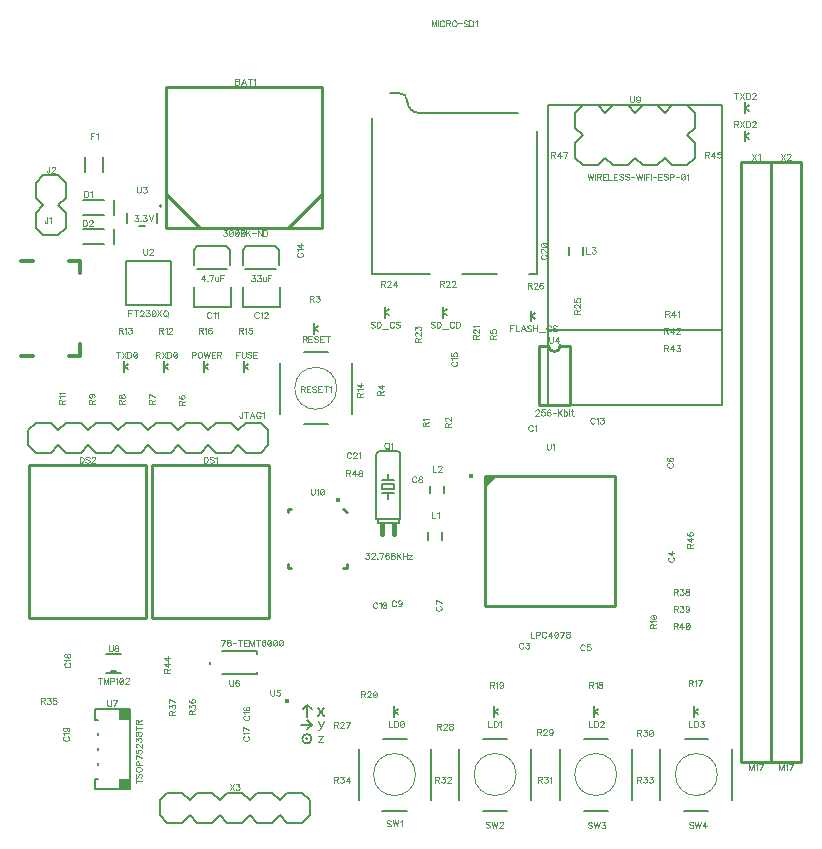
<source format=gbr>
%TF.GenerationSoftware,Novarm,DipTrace,3.2.0.1*%
%TF.CreationDate,2017-11-17T22:28:02-08:00*%
%FSLAX26Y26*%
%MOIN*%
%TF.FileFunction,Legend,Top*%
%TF.Part,Single*%
%ADD10C,0.009843*%
%ADD18C,0.006*%
%ADD19C,0.008*%
%ADD26C,0.005*%
%ADD28C,0.012*%
%ADD29C,0.000013*%
%ADD32C,0.016*%
%ADD34C,0.015768*%
%ADD38C,0.015697*%
%ADD43C,0.015733*%
%ADD97C,0.003088*%
%ADD98C,0.006176*%
%ADD99C,0.004632*%
G75*
G01*
%LPD*%
X1397760Y2419000D2*
D10*
X879020D1*
Y2887751D1*
X1397760D1*
Y2419000D1*
Y2531500D2*
X1285319Y2419000D1*
X879020Y2531500D2*
X991539Y2419000D1*
X1094462Y2221730D2*
D19*
Y2154806D1*
X970446D1*
Y2221730D1*
X1092490Y2296536D2*
Y2343787D1*
X1078712Y2359530D1*
X982252D1*
X970446Y2343787D1*
Y2296536D1*
Y2343787D2*
Y2296536D1*
X979859Y2281141D2*
X1082098D1*
X1256979Y2221730D2*
Y2154806D1*
X1132963D1*
Y2221730D1*
X1255007Y2296536D2*
Y2343787D1*
X1241229Y2359530D1*
X1144770D1*
X1132963Y2343787D1*
Y2296536D1*
Y2343787D2*
Y2296536D1*
X1142376Y2281141D2*
X1244615D1*
X705836Y2463144D2*
Y2512357D1*
X671588Y2463144D2*
X600724D1*
X671588Y2512357D2*
X600724D1*
X705836Y2366269D2*
Y2415482D1*
X671588Y2366269D2*
X600724D1*
X671588Y2415482D2*
X600724D1*
X1220251Y1117125D2*
D10*
X830251D1*
X1220251Y1627125D2*
Y1117125D1*
X830251D2*
Y1627125D1*
X1220251D1*
X810875Y1117125D2*
X420875D1*
X810875Y1627125D2*
Y1117125D1*
X420875D2*
Y1627125D1*
X810875D1*
X667751Y2655368D2*
D19*
Y2605370D1*
X607751D2*
Y2655368D1*
X591607Y2307469D2*
D28*
X552958D1*
Y2307745D1*
X592319D2*
Y2268364D1*
X552958Y1992792D2*
X592319D1*
Y2032127D1*
X434852Y2307745D2*
X395467D1*
X434852Y1992792D2*
X395467D1*
X444000Y2419000D2*
D19*
Y2469000D1*
X469000Y2494000D1*
X519000D2*
X544000Y2469000D1*
X469000Y2494000D2*
X444000Y2519000D1*
Y2569000D1*
X469000Y2594000D1*
X519000D2*
X544000Y2569000D1*
Y2519000D1*
X519000Y2494000D1*
X469000Y2394000D2*
X519000D1*
X444000Y2419000D2*
X469000Y2394000D1*
X519000D2*
X544000Y2419000D1*
Y2469000D2*
Y2419000D1*
X469000Y2594000D2*
X519000D1*
X1043960Y1770249D2*
X1094040D1*
X1119000Y1745249D1*
Y1695249D2*
X1094040Y1670249D1*
X919000Y1745249D2*
X944040Y1770249D1*
X994040D1*
X1019000Y1745249D1*
Y1695249D2*
X994040Y1670249D1*
X944040D1*
X919000Y1695249D1*
X1043960Y1770249D2*
X1019000Y1745249D1*
Y1695249D2*
X1043960Y1670249D1*
X1094040D2*
X1043960D1*
X743960Y1770249D2*
X794040D1*
X819000Y1745249D1*
Y1695249D2*
X794040Y1670249D1*
X819000Y1745249D2*
X844040Y1770249D1*
X894040D1*
X919000Y1745249D1*
Y1695249D2*
X894040Y1670249D1*
X844040D1*
X819000Y1695249D1*
X619000Y1745249D2*
X644040Y1770249D1*
X694040D1*
X719000Y1745249D1*
Y1695249D2*
X694040Y1670249D1*
X644040D1*
X619000Y1695249D1*
X743960Y1770249D2*
X719000Y1745249D1*
Y1695249D2*
X743960Y1670249D1*
X794040D2*
X743960D1*
X443960Y1770249D2*
X494040D1*
X519000Y1745249D1*
Y1695249D2*
X494040Y1670249D1*
X519000Y1745249D2*
X544040Y1770249D1*
X594040D1*
X619000Y1745249D1*
Y1695249D2*
X594040Y1670249D1*
X544040D1*
X519000Y1695249D1*
X419000Y1745249D2*
Y1695249D1*
X443960Y1770249D2*
X419000Y1745249D1*
Y1695249D2*
X443960Y1670249D1*
X494040D2*
X443960D1*
X1144040Y1770249D2*
X1194040D1*
X1219000Y1745249D1*
Y1695249D1*
X1194040Y1670249D1*
X1144040Y1770249D2*
X1119000Y1745249D1*
Y1695249D2*
X1144040Y1670249D1*
X1194040D2*
X1144040D1*
X1751776Y1380211D2*
D18*
Y1403836D1*
X1799020Y1380211D2*
Y1403836D1*
X1805269Y1557994D2*
Y1534369D1*
X1758025Y1557994D2*
Y1534369D1*
X2220572Y2330311D2*
Y2353936D1*
X2267816Y2330311D2*
Y2353936D1*
X1371031Y2101861D2*
D19*
Y2083751D1*
Y2065640D2*
Y2083751D1*
X1383238Y2092954D1*
X1371638Y2082751D2*
X1383238Y2075152D1*
X872363Y1974612D2*
Y1956501D1*
Y1938391D2*
Y1956501D1*
X884570Y1965705D1*
X872970Y1955502D2*
X884570Y1947903D1*
X739031Y1974612D2*
Y1956501D1*
Y1938391D2*
Y1956501D1*
X751238Y1965705D1*
X739638Y1955502D2*
X751238Y1947903D1*
X1139030Y1974612D2*
Y1956501D1*
Y1938391D2*
Y1956501D1*
X1151236Y1965705D1*
X1139637Y1955502D2*
X1151236Y1947903D1*
X1005697Y1974612D2*
Y1956501D1*
Y1938391D2*
Y1956501D1*
X1017903Y1965705D1*
X1006303Y1955502D2*
X1017903Y1947903D1*
X2639030Y824610D2*
Y806500D1*
Y788390D2*
Y806500D1*
X2651236Y815704D1*
X2639637Y805500D2*
X2651236Y797901D1*
X2305697Y824610D2*
Y806500D1*
Y788390D2*
Y806500D1*
X2317903Y815704D1*
X2306303Y805500D2*
X2317903Y797901D1*
X1972365Y824610D2*
Y806500D1*
Y788390D2*
Y806500D1*
X1984571Y815704D1*
X1972971Y805500D2*
X1984571Y797901D1*
X1639031Y824610D2*
Y806500D1*
Y788390D2*
Y806500D1*
X1651238Y815704D1*
X1639638Y805500D2*
X1651238Y797901D1*
X1801682Y2156033D2*
Y2137923D1*
Y2119812D2*
Y2137923D1*
X1813889Y2147126D1*
X1802289Y2136923D2*
X1813889Y2129324D1*
X1607912Y2156033D2*
Y2137923D1*
Y2119812D2*
Y2137923D1*
X1620118Y2147126D1*
X1608519Y2136923D2*
X1620118Y2129324D1*
X2095463Y2143531D2*
Y2125421D1*
Y2107311D2*
Y2125421D1*
X2107669Y2134625D1*
X2096070Y2124422D2*
X2107669Y2116823D1*
X2807781Y2743361D2*
Y2725251D1*
Y2707140D2*
Y2725251D1*
X2819987Y2734454D1*
X2808387Y2724251D2*
X2819987Y2716652D1*
X2807781Y2837110D2*
Y2819000D1*
Y2800890D2*
Y2819000D1*
X2819987Y2828204D1*
X2808387Y2818000D2*
X2819987Y2810401D1*
X1563526Y2266501D2*
Y2786210D1*
X2114708Y2742887D2*
Y2266501D1*
X1654091Y2868887D2*
X1622585D1*
X1720998Y2801919D2*
X2051753D1*
X1563526Y2266501D2*
X1756457D1*
X1980836D2*
X1862775D1*
X2114708D2*
X2087154D1*
X1654091Y2868887D2*
G02X1681645Y2841273I1919J-25639D01*
G01*
G03X1720998Y2801919I40403J1049D01*
G01*
G36*
X1646998Y1432006D2*
X1631023D1*
Y1409001D1*
X1646998D1*
Y1432006D1*
G37*
G36*
X1607007D2*
X1591017D1*
Y1409001D1*
X1607007D1*
Y1432006D1*
G37*
X1583994Y1433992D2*
D18*
X1654006D1*
X1649005Y1674000D2*
G02X1659006Y1664004I-35J-10037D01*
G01*
X1578994D2*
G02X1588995Y1674000I10006J-10D01*
G01*
X1649005D1*
X1654006Y1433992D2*
Y1448986D1*
X1659006D2*
Y1664004D1*
X1583994Y1433992D2*
Y1448986D1*
X1578994D2*
X1583994D1*
X1578994D2*
Y1664004D1*
X1639003Y1399005D2*
D32*
Y1413999D1*
X1598997Y1399005D2*
Y1418998D1*
Y1564009D2*
D18*
Y1549014D1*
X1639003D2*
X1598997D1*
X1639003D2*
Y1564009D1*
X1598997D2*
X1639003D1*
X1598997Y1579003D2*
X1619000D1*
X1598997Y1533987D2*
X1619000D1*
Y1513995D1*
Y1533987D2*
X1639003D1*
X1619000Y1579003D2*
Y1598995D1*
Y1579003D2*
X1639003D1*
X1659006Y1448986D2*
X1654006D1*
X1583994D1*
X1306744Y1884500D2*
D29*
G02X1306744Y1884500I70006J0D01*
G01*
X1256747Y1969508D2*
D19*
Y1799492D1*
X1496752D2*
Y1969508D1*
X1337463Y2004488D2*
X1416742D1*
X1336278Y1764512D2*
X1416742D1*
X1569244Y597000D2*
D29*
G02X1569244Y597000I70006J0D01*
G01*
X1519247Y682008D2*
D19*
Y511992D1*
X1759252D2*
Y682008D1*
X1599963Y716988D2*
X1679242D1*
X1598778Y477012D2*
X1679242D1*
X1904661Y597000D2*
D29*
G02X1904661Y597000I70006J0D01*
G01*
X1854664Y682008D2*
D19*
Y511992D1*
X2094669D2*
Y682008D1*
X1935380Y716988D2*
X2014659D1*
X1934195Y477012D2*
X2014659D1*
X2240077Y597000D2*
D29*
G02X2240077Y597000I70006J0D01*
G01*
X2190080Y682008D2*
D19*
Y511992D1*
X2430085D2*
Y682008D1*
X2270796Y716988D2*
X2350075D1*
X2269611Y477012D2*
X2350075D1*
X2575494Y597000D2*
D29*
G02X2575494Y597000I70006J0D01*
G01*
X2525498Y682008D2*
D19*
Y511992D1*
X2765502D2*
Y682008D1*
X2606213Y716988D2*
X2685492D1*
X2605029Y477012D2*
X2685492D1*
X1942209Y1592297D2*
D10*
X2375319D1*
Y1159186D1*
X1942209D1*
Y1592297D1*
G36*
D2*
Y1552907D1*
X1981598Y1592297D1*
X1942209D1*
G37*
D34*
X1894994D3*
X892914Y2310259D2*
D19*
X743311D1*
Y2160651D1*
X892914D1*
Y2310259D1*
X855226Y2492190D2*
D29*
G02X855226Y2492190I4999J0D01*
G01*
X747227Y2435284D2*
D19*
Y2469097D1*
X847223D2*
Y2435284D1*
X807788Y2424287D2*
X786661D1*
X2120986Y2026802D2*
D10*
Y1829948D1*
X2223363Y2026802D2*
Y1829948D1*
X2120986D2*
X2223363D1*
X2152480Y2026802D2*
X2120986D1*
X2191869D2*
X2223363D1*
X2152480D2*
G03X2191869Y2026802I19694J9D01*
G01*
D38*
X1281607Y842460D3*
X1180735Y999511D2*
D26*
Y1007779D1*
X1064206D1*
X1180735Y939670D2*
Y930617D1*
X1063027D1*
X1023646Y966837D2*
Y972741D1*
G36*
X754024Y779940D2*
X722500D1*
Y811424D1*
X754024D1*
Y779940D1*
G37*
G36*
Y551605D2*
X722500D1*
Y583088D1*
X754024D1*
Y551605D1*
G37*
X757957Y815386D2*
D26*
Y547669D1*
X639846D1*
Y815386D2*
X757957D1*
X639846D2*
Y779940D1*
Y547669D2*
Y583115D1*
Y779940D2*
X651657D1*
X639846Y583115D2*
X651657D1*
X651528Y734027D2*
Y729020D1*
Y684017D2*
Y679038D1*
Y634035D2*
Y629028D1*
X726015Y998307D2*
X678767D1*
X726015Y935315D2*
X678767D1*
X710266Y943189D2*
X694516D1*
X2730875Y2828375D2*
Y2078375D1*
Y1828375D1*
X2150875D1*
Y2078375D1*
Y2828375D1*
X2265889D1*
X2315885D1*
X2365881D1*
X2415877D1*
X2465873D1*
X2515869D1*
X2565865D1*
X2615861D1*
X2730875D1*
Y2078375D2*
X2150875D1*
X2615861Y2828375D2*
X2640859Y2803375D1*
Y2753375D1*
X2615861Y2728375D1*
X2640859Y2703375D1*
Y2653375D1*
X2615861Y2628375D1*
X2565865D1*
X2540867Y2653375D1*
X2515869Y2628375D1*
X2465873D1*
X2440875Y2653375D1*
X2415877Y2628375D1*
X2365881D1*
X2340883Y2653375D1*
X2315885Y2628375D1*
X2265889D1*
X2240891Y2653375D1*
Y2703375D1*
X2265889Y2728375D1*
X2240891Y2753375D1*
Y2803375D1*
X2265889Y2828375D1*
X2315885D2*
X2340883Y2803375D1*
X2365881Y2828375D1*
X2415877D2*
X2440875Y2803375D1*
X2465873Y2828375D1*
X2515869D2*
X2540867Y2803375D1*
X2565865Y2828375D1*
D43*
X1450817Y1512662D3*
X1480348Y1298144D2*
D10*
Y1286345D1*
X1468531D1*
X1283490Y1298144D2*
Y1286345D1*
X1295306D2*
X1283490D1*
Y1483115D2*
Y1471341D1*
X1295306Y1483115D2*
X1283490D1*
X1480348Y1471341D2*
X1468531Y1483115D1*
X2794000Y713749D2*
Y2637749D1*
Y637749D2*
Y713749D1*
X2894000Y637749D2*
X2794000D1*
X2894000D2*
Y2637749D1*
X2794000D1*
X2894000Y713749D2*
Y2637749D1*
Y637749D2*
Y713749D1*
X2994000Y637749D2*
X2894000D1*
X2994000D2*
Y2637749D1*
X2894000D1*
X1031596Y436247D2*
D19*
X981596D1*
X956596Y461247D1*
Y511247D2*
X981596Y536247D1*
X956596Y461247D2*
X931596Y436247D1*
X881596D1*
X856596Y461247D1*
Y511247D2*
X881596Y536247D1*
X931596D1*
X956596Y511247D1*
X1156596Y461247D2*
X1131596Y436247D1*
X1081596D1*
X1056596Y461247D1*
Y511247D2*
X1081596Y536247D1*
X1131596D1*
X1156596Y511247D1*
X1031596Y436247D2*
X1056596Y461247D1*
Y511247D2*
X1031596Y536247D1*
X981596D2*
X1031596D1*
X1331596Y436247D2*
X1281596D1*
X1256596Y461247D1*
Y511247D2*
X1281596Y536247D1*
X1256596Y461247D2*
X1231596Y436247D1*
X1181596D1*
X1156596Y461247D1*
Y511247D2*
X1181596Y536247D1*
X1231596D1*
X1256596Y511247D1*
X1356596Y461247D2*
Y511247D1*
X1331596Y436247D2*
X1356596Y461247D1*
Y511247D2*
X1331596Y536247D1*
X1281596D2*
X1331596D1*
X856596Y461247D2*
Y511247D1*
X1327777Y762790D2*
X1362778D1*
X1347777Y777790D1*
X1362778Y762790D2*
X1347777Y747790D1*
Y790289D2*
Y830289D1*
X1332777Y815289D1*
X1347777Y830289D2*
X1362778Y815289D1*
X1331598Y715898D2*
G02X1331598Y715898I15627J0D01*
G01*
X1344100D2*
G02X1344100Y715898I3125J0D01*
G01*
X1108819Y2917040D2*
D97*
Y2896944D1*
X1117441D1*
X1120315Y2897917D1*
X1121266Y2898867D1*
X1122217Y2900769D1*
Y2903643D1*
X1121266Y2905566D1*
X1120315Y2906517D1*
X1117441Y2907467D1*
X1120315Y2908440D1*
X1121266Y2909391D1*
X1122217Y2911292D1*
Y2913215D1*
X1121266Y2915117D1*
X1120315Y2916089D1*
X1117441Y2917040D1*
X1108819D1*
Y2907467D2*
X1117441D1*
X1143713Y2896944D2*
X1136042Y2917040D1*
X1128392Y2896944D1*
X1131266Y2903643D2*
X1140839D1*
X1156588Y2917040D2*
Y2896944D1*
X1149889Y2917040D2*
X1163286D1*
X1169462Y2913193D2*
X1171385Y2914166D1*
X1174259Y2917018D1*
Y2896944D1*
X1069430Y2412194D2*
X1079931D1*
X1074205Y2404545D1*
X1077079D1*
X1078981Y2403594D1*
X1079931Y2402644D1*
X1080904Y2399770D1*
Y2397869D1*
X1079931Y2394995D1*
X1078030Y2393071D1*
X1075156Y2392121D1*
X1072282D1*
X1069430Y2393071D1*
X1068480Y2394044D1*
X1067507Y2395945D1*
X1092828Y2412194D2*
X1089954Y2411244D1*
X1088030Y2408370D1*
X1087080Y2403594D1*
Y2400720D1*
X1088030Y2395945D1*
X1089954Y2393071D1*
X1092828Y2392121D1*
X1094729D1*
X1097603Y2393071D1*
X1099504Y2395945D1*
X1100477Y2400720D1*
Y2403594D1*
X1099504Y2408370D1*
X1097603Y2411244D1*
X1094729Y2412194D1*
X1092828D1*
X1099504Y2408370D2*
X1088030Y2395945D1*
X1112401Y2412194D2*
X1109527Y2411244D1*
X1107604Y2408370D1*
X1106653Y2403594D1*
Y2400720D1*
X1107604Y2395945D1*
X1109527Y2393071D1*
X1112401Y2392121D1*
X1114302D1*
X1117176Y2393071D1*
X1119077Y2395945D1*
X1120050Y2400720D1*
Y2403594D1*
X1119077Y2408370D1*
X1117176Y2411244D1*
X1114302Y2412194D1*
X1112401D1*
X1119077Y2408370D2*
X1107604Y2395945D1*
X1131974Y2412194D2*
X1129100Y2411244D1*
X1127177Y2408370D1*
X1126226Y2403594D1*
Y2400720D1*
X1127177Y2395945D1*
X1129100Y2393071D1*
X1131974Y2392121D1*
X1133875D1*
X1136749Y2393071D1*
X1138650Y2395945D1*
X1139623Y2400720D1*
Y2403594D1*
X1138650Y2408370D1*
X1136749Y2411244D1*
X1133875Y2412194D1*
X1131974D1*
X1138650Y2408370D2*
X1127177Y2395945D1*
X1145799Y2412217D2*
Y2392121D1*
X1159196Y2412217D2*
X1145799Y2398819D1*
X1150574Y2403617D2*
X1159196Y2392121D1*
X1165372Y2402157D2*
X1176426D1*
X1195999Y2412217D2*
Y2392121D1*
X1182602Y2412217D1*
Y2392121D1*
X1202175Y2412217D2*
Y2392121D1*
X1208873D1*
X1211747Y2393093D1*
X1213671Y2394995D1*
X1214621Y2396918D1*
X1215572Y2399770D1*
Y2404567D1*
X1214621Y2407441D1*
X1213671Y2409343D1*
X1211747Y2411266D1*
X1208873Y2412217D1*
X1202175D1*
X2099905Y1757077D2*
X2098955Y1758978D1*
X2097031Y1760902D1*
X2095130Y1761852D1*
X2091305D1*
X2089382Y1760902D1*
X2087481Y1758978D1*
X2086508Y1757077D1*
X2085557Y1754203D1*
Y1749406D1*
X2086508Y1746554D1*
X2087481Y1744630D1*
X2089382Y1742729D1*
X2091305Y1741756D1*
X2095130D1*
X2097031Y1742729D1*
X2098955Y1744630D1*
X2099905Y1746554D1*
X2106081Y1758005D2*
X2108004Y1758978D1*
X2110878Y1761830D1*
Y1741756D1*
X2068775Y1032001D2*
X2067824Y1033902D1*
X2065901Y1035825D1*
X2063999Y1036776D1*
X2060175D1*
X2058251Y1035825D1*
X2056350Y1033902D1*
X2055377Y1032001D1*
X2054427Y1029127D1*
Y1024329D1*
X2055377Y1021478D1*
X2056350Y1019554D1*
X2058251Y1017653D1*
X2060175Y1016680D1*
X2063999D1*
X2065901Y1017653D1*
X2067824Y1019554D1*
X2068775Y1021478D1*
X2076874Y1036754D2*
X2087375D1*
X2081649Y1029105D1*
X2084523D1*
X2086424Y1028154D1*
X2087375Y1027203D1*
X2088348Y1024329D1*
Y1022428D1*
X2087375Y1019554D1*
X2085474Y1017631D1*
X2082600Y1016680D1*
X2079726D1*
X2076874Y1017631D1*
X2075923Y1018603D1*
X2074950Y1020505D1*
X2556054Y1321260D2*
X2554153Y1320309D1*
X2552230Y1318386D1*
X2551279Y1316485D1*
Y1312660D1*
X2552230Y1310737D1*
X2554153Y1308835D1*
X2556054Y1307863D1*
X2558928Y1306912D1*
X2563726D1*
X2566578Y1307863D1*
X2568501Y1308835D1*
X2570402Y1310737D1*
X2571375Y1312660D1*
Y1316485D1*
X2570402Y1318386D1*
X2568501Y1320309D1*
X2566578Y1321260D1*
X2571375Y1337008D2*
X2551301D1*
X2564676Y1327436D1*
Y1341784D1*
X2273364Y1025892D2*
X2272413Y1027793D1*
X2270490Y1029717D1*
X2268589Y1030667D1*
X2264764D1*
X2262841Y1029717D1*
X2260939Y1027793D1*
X2259967Y1025892D1*
X2259016Y1023018D1*
Y1018220D1*
X2259967Y1015369D1*
X2260939Y1013445D1*
X2262841Y1011544D1*
X2264764Y1010571D1*
X2268589D1*
X2270490Y1011544D1*
X2272413Y1013445D1*
X2273364Y1015369D1*
X2291014Y1030645D2*
X2281463D1*
X2280512Y1022045D1*
X2281463Y1022996D1*
X2284337Y1023969D1*
X2287189D1*
X2290063Y1022996D1*
X2291986Y1021095D1*
X2292937Y1018220D1*
Y1016319D1*
X2291986Y1013445D1*
X2290063Y1011522D1*
X2287189Y1010571D1*
X2284337D1*
X2281463Y1011522D1*
X2280512Y1012495D1*
X2279540Y1014396D1*
X2552930Y1634723D2*
X2551028Y1633772D1*
X2549105Y1631849D1*
X2548154Y1629948D1*
Y1626123D1*
X2549105Y1624200D1*
X2551028Y1622298D1*
X2552930Y1621326D1*
X2555804Y1620375D1*
X2560601D1*
X2563453Y1621326D1*
X2565376Y1622298D1*
X2567278Y1624200D1*
X2568250Y1626123D1*
Y1629948D1*
X2567278Y1631849D1*
X2565376Y1633772D1*
X2563453Y1634723D1*
X2551028Y1652373D2*
X2549127Y1651422D1*
X2548177Y1648548D1*
Y1646647D1*
X2549127Y1643773D1*
X2552001Y1641849D1*
X2556776Y1640899D1*
X2561552D1*
X2565376Y1641849D1*
X2567300Y1643773D1*
X2568250Y1646647D1*
Y1647597D1*
X2567300Y1650449D1*
X2565376Y1652373D1*
X2562502Y1653323D1*
X2561552D1*
X2558678Y1652373D1*
X2556776Y1650449D1*
X2555826Y1647597D1*
Y1646647D1*
X2556776Y1643773D1*
X2558678Y1641849D1*
X2561552Y1640899D1*
X1781054Y1157914D2*
X1779153Y1156963D1*
X1777230Y1155040D1*
X1776279Y1153139D1*
Y1149314D1*
X1777230Y1147391D1*
X1779153Y1145489D1*
X1781054Y1144517D1*
X1783928Y1143566D1*
X1788726D1*
X1791578Y1144517D1*
X1793501Y1145489D1*
X1795402Y1147391D1*
X1796375Y1149314D1*
Y1153138D1*
X1795402Y1155040D1*
X1793501Y1156963D1*
X1791578Y1157914D1*
X1796375Y1167914D2*
X1776301Y1177487D1*
Y1164089D1*
X1712339Y1586350D2*
X1711389Y1588251D1*
X1709465Y1590175D1*
X1707564Y1591125D1*
X1703740D1*
X1701816Y1590175D1*
X1699915Y1588251D1*
X1698942Y1586350D1*
X1697991Y1583476D1*
Y1578678D1*
X1698942Y1575827D1*
X1699915Y1573903D1*
X1701816Y1572002D1*
X1703740Y1571029D1*
X1707564D1*
X1709465Y1572002D1*
X1711389Y1573903D1*
X1712339Y1575827D1*
X1723290Y1591103D2*
X1720439Y1590152D1*
X1719466Y1588251D1*
Y1586328D1*
X1720439Y1584427D1*
X1722340Y1583454D1*
X1726164Y1582503D1*
X1729038Y1581553D1*
X1730940Y1579629D1*
X1731890Y1577728D1*
Y1574854D1*
X1730940Y1572953D1*
X1729989Y1571980D1*
X1727115Y1571029D1*
X1723290D1*
X1720439Y1571980D1*
X1719466Y1572953D1*
X1718515Y1574854D1*
Y1577728D1*
X1719466Y1579629D1*
X1721389Y1581553D1*
X1724241Y1582503D1*
X1728066Y1583454D1*
X1729989Y1584427D1*
X1730940Y1586328D1*
Y1588251D1*
X1729989Y1590152D1*
X1727115Y1591103D1*
X1723290D1*
X1643931Y1172456D2*
X1642980Y1174357D1*
X1641057Y1176281D1*
X1639156Y1177231D1*
X1635331D1*
X1633408Y1176281D1*
X1631506Y1174357D1*
X1630534Y1172456D1*
X1629583Y1169582D1*
Y1164785D1*
X1630534Y1161933D1*
X1631506Y1160010D1*
X1633408Y1158108D1*
X1635331Y1157135D1*
X1639156D1*
X1641057Y1158108D1*
X1642980Y1160010D1*
X1643931Y1161933D1*
X1662553Y1170533D2*
X1661581Y1167659D1*
X1659679Y1165735D1*
X1656805Y1164785D1*
X1655855D1*
X1652981Y1165735D1*
X1651079Y1167659D1*
X1650107Y1170533D1*
Y1171483D1*
X1651079Y1174357D1*
X1652981Y1176259D1*
X1655855Y1177209D1*
X1656805D1*
X1659679Y1176259D1*
X1661581Y1174357D1*
X1662553Y1170533D1*
Y1165735D1*
X1661581Y1160960D1*
X1659679Y1158086D1*
X1656805Y1157135D1*
X1654904D1*
X1652030Y1158086D1*
X1651079Y1160010D1*
X1581719Y1166206D2*
X1580768Y1168107D1*
X1578844Y1170030D1*
X1576943Y1170981D1*
X1573119D1*
X1571195Y1170030D1*
X1569294Y1168107D1*
X1568321Y1166206D1*
X1567371Y1163332D1*
Y1158534D1*
X1568321Y1155682D1*
X1569294Y1153759D1*
X1571195Y1151858D1*
X1573119Y1150885D1*
X1576943D1*
X1578844Y1151858D1*
X1580768Y1153759D1*
X1581719Y1155682D1*
X1587894Y1167134D2*
X1589818Y1168107D1*
X1592692Y1170959D1*
Y1150885D1*
X1604615Y1170959D2*
X1601741Y1170008D1*
X1599818Y1167134D1*
X1598867Y1162359D1*
Y1159485D1*
X1599818Y1154709D1*
X1601741Y1151835D1*
X1604615Y1150885D1*
X1606517D1*
X1609391Y1151835D1*
X1611292Y1154709D1*
X1612265Y1159485D1*
Y1162359D1*
X1611292Y1167134D1*
X1609391Y1170008D1*
X1606517Y1170959D1*
X1604615D1*
X1611292Y1167134D2*
X1599818Y1154709D1*
X1028639Y2134024D2*
X1027689Y2135926D1*
X1025765Y2137849D1*
X1023864Y2138800D1*
X1020039D1*
X1018116Y2137849D1*
X1016215Y2135926D1*
X1015242Y2134024D1*
X1014291Y2131150D1*
Y2126353D1*
X1015242Y2123501D1*
X1016215Y2121578D1*
X1018116Y2119676D1*
X1020039Y2118704D1*
X1023864D1*
X1025765Y2119676D1*
X1027689Y2121578D1*
X1028639Y2123501D1*
X1034815Y2134953D2*
X1036738Y2135926D1*
X1039612Y2138778D1*
Y2118704D1*
X1045788Y2134953D2*
X1047711Y2135926D1*
X1050585Y2138778D1*
Y2118704D1*
X1003339Y2240432D2*
Y2260505D1*
X993766Y2247130D1*
X1008114D1*
X1015241Y2242355D2*
X1014290Y2241382D1*
X1015241Y2240432D1*
X1016213Y2241382D1*
X1015241Y2242355D1*
X1026214Y2240432D2*
X1035786Y2260505D1*
X1022389D1*
X1041962Y2253829D2*
Y2244256D1*
X1042913Y2241404D1*
X1044836Y2240432D1*
X1047710D1*
X1049611Y2241404D1*
X1052485Y2244256D1*
Y2253829D2*
Y2240432D1*
X1071108Y2260528D2*
X1058661D1*
Y2240432D1*
Y2250955D2*
X1066310D1*
X1186856Y2134024D2*
X1185906Y2135926D1*
X1183982Y2137849D1*
X1182081Y2138800D1*
X1178256D1*
X1176333Y2137849D1*
X1174432Y2135926D1*
X1173459Y2134024D1*
X1172508Y2131150D1*
Y2126353D1*
X1173459Y2123501D1*
X1174432Y2121578D1*
X1176333Y2119676D1*
X1178256Y2118704D1*
X1182081D1*
X1183982Y2119676D1*
X1185906Y2121578D1*
X1186856Y2123501D1*
X1193032Y2134953D2*
X1194955Y2135926D1*
X1197829Y2138778D1*
Y2118704D1*
X1204978Y2134002D2*
Y2134953D1*
X1205928Y2136876D1*
X1206879Y2137827D1*
X1208802Y2138778D1*
X1212627D1*
X1214528Y2137827D1*
X1215479Y2136876D1*
X1216452Y2134953D1*
Y2133052D1*
X1215479Y2131128D1*
X1213578Y2128276D1*
X1204005Y2118704D1*
X1217402D1*
X1162733Y2260505D2*
X1173234D1*
X1167508Y2252856D1*
X1170382D1*
X1172283Y2251905D1*
X1173234Y2250955D1*
X1174207Y2248081D1*
Y2246180D1*
X1173234Y2243306D1*
X1171333Y2241382D1*
X1168459Y2240432D1*
X1165585D1*
X1162733Y2241382D1*
X1161782Y2242355D1*
X1160809Y2244256D1*
X1182306Y2260505D2*
X1192807D1*
X1187081Y2252856D1*
X1189955D1*
X1191856Y2251905D1*
X1192807Y2250955D1*
X1193780Y2248081D1*
Y2246180D1*
X1192807Y2243306D1*
X1190906Y2241382D1*
X1188032Y2240432D1*
X1185158D1*
X1182306Y2241382D1*
X1181355Y2242355D1*
X1180383Y2244256D1*
X1199956Y2253829D2*
Y2244256D1*
X1200906Y2241404D1*
X1202830Y2240432D1*
X1205704D1*
X1207605Y2241404D1*
X1210479Y2244256D1*
Y2253829D2*
Y2240432D1*
X1229101Y2260528D2*
X1216655D1*
Y2240432D1*
Y2250955D2*
X1224304D1*
X2306686Y1782062D2*
X2305735Y1783964D1*
X2303812Y1785887D1*
X2301910Y1786838D1*
X2298086D1*
X2296162Y1785887D1*
X2294261Y1783964D1*
X2293288Y1782062D1*
X2292338Y1779188D1*
Y1774391D1*
X2293288Y1771539D1*
X2294261Y1769616D1*
X2296162Y1767715D1*
X2298086Y1766742D1*
X2301910D1*
X2303812Y1767715D1*
X2305735Y1769616D1*
X2306686Y1771539D1*
X2312861Y1782991D2*
X2314785Y1783964D1*
X2317659Y1786816D1*
Y1766742D1*
X2325758Y1786816D2*
X2336259D1*
X2330533Y1779166D1*
X2333407D1*
X2335308Y1778216D1*
X2336259Y1777265D1*
X2337232Y1774391D1*
Y1772490D1*
X2336259Y1769616D1*
X2334358Y1767692D1*
X2331484Y1766742D1*
X2328610D1*
X2325758Y1767692D1*
X2324807Y1768665D1*
X2323834Y1770566D1*
X1318556Y2336346D2*
X1316654Y2335395D1*
X1314731Y2333472D1*
X1313780Y2331570D1*
Y2327746D1*
X1314731Y2325822D1*
X1316654Y2323921D1*
X1318556Y2322948D1*
X1321430Y2321998D1*
X1326227D1*
X1329079Y2322948D1*
X1331002Y2323921D1*
X1332904Y2325822D1*
X1333876Y2327746D1*
Y2331570D1*
X1332904Y2333472D1*
X1331002Y2335395D1*
X1329079Y2336346D1*
X1317627Y2342521D2*
X1316654Y2344445D1*
X1313802Y2347319D1*
X1333876D1*
Y2363067D2*
X1313802D1*
X1327178Y2353494D1*
Y2367842D1*
X1833266Y1973401D2*
X1831364Y1972450D1*
X1829441Y1970527D1*
X1828490Y1968626D1*
Y1964801D1*
X1829441Y1962878D1*
X1831364Y1960976D1*
X1833266Y1960004D1*
X1836140Y1959053D1*
X1840937D1*
X1843789Y1960004D1*
X1845712Y1960976D1*
X1847614Y1962878D1*
X1848586Y1964801D1*
Y1968626D1*
X1847614Y1970527D1*
X1845712Y1972450D1*
X1843789Y1973401D1*
X1832337Y1979577D2*
X1831364Y1981500D1*
X1828512Y1984374D1*
X1848586D1*
X1828512Y2002024D2*
Y1992473D1*
X1837112Y1991522D1*
X1836162Y1992473D1*
X1835189Y1995347D1*
Y1998199D1*
X1836162Y2001073D1*
X1838063Y2002996D1*
X1840937Y2003947D1*
X1842838D1*
X1845712Y2002996D1*
X1847636Y2001073D1*
X1848586Y1998199D1*
Y1995347D1*
X1847636Y1992473D1*
X1846663Y1991522D1*
X1844762Y1990550D1*
X1140472Y793574D2*
X1138570Y792623D1*
X1136647Y790700D1*
X1135696Y788798D1*
Y784974D1*
X1136647Y783050D1*
X1138570Y781149D1*
X1140472Y780176D1*
X1143346Y779226D1*
X1148143D1*
X1150995Y780176D1*
X1152918Y781149D1*
X1154820Y783050D1*
X1155792Y784974D1*
Y788798D1*
X1154820Y790700D1*
X1152918Y792623D1*
X1150995Y793574D1*
X1139543Y799749D2*
X1138570Y801673D1*
X1135719Y804547D1*
X1155792D1*
X1138570Y822196D2*
X1136669Y821246D1*
X1135719Y818372D1*
Y816471D1*
X1136669Y813597D1*
X1139543Y811673D1*
X1144318Y810722D1*
X1149094D1*
X1152918Y811673D1*
X1154842Y813596D1*
X1155792Y816470D1*
Y817421D1*
X1154842Y820273D1*
X1152918Y822196D1*
X1150044Y823147D1*
X1149094D1*
X1146220Y822196D1*
X1144318Y820273D1*
X1143368Y817421D1*
Y816470D1*
X1144318Y813596D1*
X1146220Y811673D1*
X1149094Y810722D1*
X1139169Y724337D2*
X1137267Y723386D1*
X1135344Y721463D1*
X1134393Y719561D1*
Y715737D1*
X1135344Y713813D1*
X1137267Y711912D1*
X1139168Y710939D1*
X1142042Y709989D1*
X1146840D1*
X1149692Y710939D1*
X1151615Y711912D1*
X1153516Y713813D1*
X1154489Y715737D1*
Y719561D1*
X1153517Y721463D1*
X1151615Y723386D1*
X1149692Y724337D1*
X1138240Y730512D2*
X1137267Y732436D1*
X1134415Y735310D1*
X1154489D1*
Y745310D2*
X1134415Y754883D1*
Y741485D1*
X543550Y969377D2*
X541649Y968426D1*
X539726Y966503D1*
X538775Y964601D1*
Y960777D1*
X539726Y958853D1*
X541649Y956952D1*
X543550Y955979D1*
X546424Y955029D1*
X551222D1*
X554074Y955979D1*
X555997Y956952D1*
X557898Y958853D1*
X558871Y960777D1*
Y964601D1*
X557898Y966503D1*
X555997Y968426D1*
X554074Y969377D1*
X542622Y975552D2*
X541649Y977476D1*
X538797Y980350D1*
X558871D1*
X538797Y991301D2*
X539748Y988449D1*
X541649Y987476D1*
X543573D1*
X545474Y988449D1*
X546447Y990350D1*
X547397Y994175D1*
X548348Y997049D1*
X550271Y998950D1*
X552172Y999901D1*
X555046D1*
X556948Y998950D1*
X557920Y997999D1*
X558871Y995125D1*
Y991301D1*
X557920Y988449D1*
X556948Y987476D1*
X555046Y986525D1*
X552172D1*
X550271Y987476D1*
X548348Y989399D1*
X547397Y992251D1*
X546447Y996076D1*
X545474Y997999D1*
X543573Y998950D1*
X541649D1*
X539748Y997999D1*
X538797Y995125D1*
Y991301D1*
X539532Y723901D2*
X537631Y722951D1*
X535707Y721027D1*
X534757Y719126D1*
Y715301D1*
X535707Y713378D1*
X537631Y711477D1*
X539532Y710504D1*
X542406Y709553D1*
X547203D1*
X550055Y710504D1*
X551979Y711477D1*
X553880Y713378D1*
X554853Y715301D1*
Y719126D1*
X553880Y721027D1*
X551979Y722951D1*
X550055Y723901D1*
X538604Y730077D2*
X537631Y732000D1*
X534779Y734874D1*
X554853D1*
X541455Y753497D2*
X544329Y752524D1*
X546253Y750623D1*
X547203Y747749D1*
Y746798D1*
X546253Y743924D1*
X544329Y742023D1*
X541455Y741050D1*
X540505D1*
X537631Y742023D1*
X535730Y743924D1*
X534779Y746798D1*
Y747749D1*
X535730Y750623D1*
X537631Y752524D1*
X541455Y753497D1*
X546253D1*
X551028Y752524D1*
X553902Y750623D1*
X554853Y747749D1*
Y745847D1*
X553902Y742973D1*
X551979Y742023D1*
X2131238Y2329584D2*
X2129337Y2328633D1*
X2127413Y2326710D1*
X2126463Y2324809D1*
Y2320984D1*
X2127413Y2319061D1*
X2129337Y2317159D1*
X2131238Y2316187D1*
X2134112Y2315236D1*
X2138909D1*
X2141761Y2316187D1*
X2143685Y2317159D1*
X2145586Y2319061D1*
X2146559Y2320984D1*
Y2324809D1*
X2145586Y2326710D1*
X2143685Y2328633D1*
X2141761Y2329584D1*
X2131260Y2336732D2*
X2130310D1*
X2128386Y2337683D1*
X2127436Y2338634D1*
X2126485Y2340557D1*
Y2344382D1*
X2127436Y2346283D1*
X2128386Y2347234D1*
X2130310Y2348206D1*
X2132211D1*
X2134134Y2347234D1*
X2136986Y2345332D1*
X2146559Y2335760D1*
Y2349157D1*
X2126485Y2361081D2*
X2127436Y2358207D1*
X2130310Y2356283D1*
X2135085Y2355333D1*
X2137959D1*
X2142734Y2356283D1*
X2145608Y2358207D1*
X2146559Y2361081D1*
Y2362982D1*
X2145608Y2365856D1*
X2142734Y2367757D1*
X2137959Y2368730D1*
X2135085D1*
X2130310Y2367757D1*
X2127436Y2365856D1*
X2126485Y2362982D1*
Y2361081D1*
X2130310Y2367757D2*
X2142734Y2356283D1*
X1494365Y1666325D2*
X1493415Y1668226D1*
X1491491Y1670150D1*
X1489590Y1671100D1*
X1485766D1*
X1483842Y1670150D1*
X1481941Y1668226D1*
X1480968Y1666325D1*
X1480018Y1663451D1*
Y1658654D1*
X1480968Y1655802D1*
X1481941Y1653878D1*
X1483842Y1651977D1*
X1485766Y1651004D1*
X1489590D1*
X1491491Y1651977D1*
X1493415Y1653878D1*
X1494365Y1655802D1*
X1501514Y1666303D2*
Y1667253D1*
X1502465Y1669177D1*
X1503415Y1670128D1*
X1505339Y1671078D1*
X1509163D1*
X1511065Y1670128D1*
X1512015Y1669177D1*
X1512988Y1667253D1*
Y1665352D1*
X1512015Y1663429D1*
X1510114Y1660577D1*
X1500541Y1651004D1*
X1513939D1*
X1520114Y1667253D2*
X1522038Y1668226D1*
X1524912Y1671078D1*
Y1651004D1*
X604970Y2541646D2*
Y2521550D1*
X611668D1*
X614542Y2522523D1*
X616466Y2524424D1*
X617416Y2526348D1*
X618367Y2529199D1*
Y2533997D1*
X617416Y2536871D1*
X616466Y2538772D1*
X614542Y2540696D1*
X611668Y2541646D1*
X604970D1*
X624543Y2537799D2*
X626466Y2538772D1*
X629340Y2541624D1*
Y2521550D1*
X600670Y2444771D2*
Y2424675D1*
X607368D1*
X610242Y2425648D1*
X612166Y2427549D1*
X613116Y2429472D1*
X614067Y2432324D1*
Y2437122D1*
X613116Y2439996D1*
X612166Y2441897D1*
X610242Y2443820D1*
X607368Y2444771D1*
X600670D1*
X621215Y2439973D2*
Y2440924D1*
X622166Y2442847D1*
X623117Y2443798D1*
X625040Y2444749D1*
X628865D1*
X630766Y2443798D1*
X631717Y2442847D1*
X632689Y2440924D1*
Y2439023D1*
X631717Y2437099D1*
X629815Y2434248D1*
X620243Y2424675D1*
X633640D1*
X1003279Y1656414D2*
Y1636318D1*
X1009978D1*
X1012852Y1637291D1*
X1014775Y1639192D1*
X1015726Y1641115D1*
X1016676Y1643967D1*
Y1648765D1*
X1015726Y1651639D1*
X1014775Y1653540D1*
X1012852Y1655463D1*
X1009978Y1656414D1*
X1003279D1*
X1036249Y1653540D2*
X1034348Y1655463D1*
X1031474Y1656414D1*
X1027649D1*
X1024775Y1655463D1*
X1022852Y1653540D1*
Y1651639D1*
X1023825Y1649715D1*
X1024775Y1648765D1*
X1026677Y1647814D1*
X1032425Y1645891D1*
X1034348Y1644940D1*
X1035299Y1643967D1*
X1036249Y1642066D1*
Y1639192D1*
X1034348Y1637291D1*
X1031474Y1636318D1*
X1027649D1*
X1024775Y1637291D1*
X1022852Y1639192D1*
X1042425Y1652567D2*
X1044348Y1653540D1*
X1047222Y1656392D1*
Y1636318D1*
X589604Y1656414D2*
Y1636318D1*
X596302D1*
X599176Y1637291D1*
X601100Y1639192D1*
X602050Y1641115D1*
X603001Y1643967D1*
Y1648765D1*
X602050Y1651639D1*
X601100Y1653540D1*
X599176Y1655463D1*
X596302Y1656414D1*
X589604D1*
X622574Y1653540D2*
X620673Y1655463D1*
X617799Y1656414D1*
X613974D1*
X611100Y1655463D1*
X609177Y1653540D1*
Y1651639D1*
X610149Y1649715D1*
X611100Y1648765D1*
X613001Y1647814D1*
X618749Y1645891D1*
X620673Y1644940D1*
X621623Y1643967D1*
X622574Y1642066D1*
Y1639192D1*
X620673Y1637291D1*
X617799Y1636318D1*
X613974D1*
X611100Y1637291D1*
X609177Y1639192D1*
X629722Y1651617D2*
Y1652567D1*
X630673Y1654491D1*
X631624Y1655441D1*
X633547Y1656392D1*
X637372D1*
X639273Y1655441D1*
X640224Y1654491D1*
X641196Y1652567D1*
Y1650666D1*
X640224Y1648742D1*
X638322Y1645891D1*
X628750Y1636318D1*
X642147D1*
X638487Y2734461D2*
X626041D1*
Y2714365D1*
Y2724888D2*
X633690D1*
X644663Y2730614D2*
X646587Y2731587D1*
X649461Y2734439D1*
Y2714365D1*
X482375Y2455130D2*
Y2439831D1*
X481424Y2436957D1*
X480451Y2436007D1*
X478550Y2435034D1*
X476627D1*
X474725Y2436007D1*
X473775Y2436957D1*
X472802Y2439831D1*
Y2441732D1*
X488550Y2451283D2*
X490474Y2452256D1*
X493348Y2455108D1*
Y2435034D1*
X489000Y2623289D2*
Y2607991D1*
X488049Y2605117D1*
X487076Y2604166D1*
X485175Y2603193D1*
X483252D1*
X481351Y2604166D1*
X480400Y2605117D1*
X479427Y2607991D1*
Y2609892D1*
X496148Y2618492D2*
Y2619442D1*
X497099Y2621366D1*
X498050Y2622316D1*
X499973Y2623267D1*
X503798D1*
X505699Y2622316D1*
X506649Y2621366D1*
X507622Y2619442D1*
Y2617541D1*
X506649Y2615618D1*
X504748Y2612766D1*
X495176Y2603193D1*
X508573D1*
X1131254Y1805789D2*
Y1790491D1*
X1130303Y1787617D1*
X1129331Y1786666D1*
X1127429Y1785693D1*
X1125506D1*
X1123605Y1786666D1*
X1122654Y1787617D1*
X1121681Y1790491D1*
Y1792392D1*
X1144128Y1805789D2*
Y1785693D1*
X1137430Y1805789D2*
X1150827D1*
X1172323Y1785693D2*
X1164652Y1805789D1*
X1157003Y1785693D1*
X1159877Y1792392D2*
X1169449D1*
X1192847Y1801014D2*
X1191896Y1802915D1*
X1189973Y1804839D1*
X1188072Y1805789D1*
X1184247D1*
X1182324Y1804839D1*
X1180422Y1802915D1*
X1179450Y1801014D1*
X1178499Y1798140D1*
Y1793343D1*
X1179450Y1790491D1*
X1180422Y1788567D1*
X1182324Y1786666D1*
X1184247Y1785693D1*
X1188072D1*
X1189973Y1786666D1*
X1191896Y1788567D1*
X1192847Y1790491D1*
Y1793343D1*
X1188072D1*
X1199023Y1801942D2*
X1200946Y1802915D1*
X1203820Y1805767D1*
Y1785693D1*
X1764174Y1472494D2*
Y1452398D1*
X1775648D1*
X1781824Y1468647D2*
X1783747Y1469620D1*
X1786621Y1472472D1*
Y1452398D1*
X1766123Y1626651D2*
Y1606555D1*
X1777597D1*
X1784746Y1621854D2*
Y1622805D1*
X1785697Y1624728D1*
X1786647Y1625679D1*
X1788571Y1626629D1*
X1792395D1*
X1794296Y1625679D1*
X1795247Y1624728D1*
X1796220Y1622805D1*
Y1620903D1*
X1795247Y1618980D1*
X1793346Y1616128D1*
X1783773Y1606555D1*
X1797170D1*
X2278676Y2353836D2*
Y2333740D1*
X2290150D1*
X2298249Y2353814D2*
X2308750D1*
X2303024Y2346165D1*
X2305898D1*
X2307800Y2345214D1*
X2308750Y2344264D1*
X2309723Y2341390D1*
Y2339489D1*
X2308750Y2336614D1*
X2306849Y2334691D1*
X2303975Y2333740D1*
X2301101D1*
X2298249Y2334691D1*
X2297298Y2335664D1*
X2296326Y2337565D1*
X1332851Y2049284D2*
X1341451D1*
X1344325Y2050257D1*
X1345298Y2051208D1*
X1346248Y2053109D1*
Y2055032D1*
X1345298Y2056934D1*
X1344325Y2057906D1*
X1341451Y2058857D1*
X1332851D1*
Y2038761D1*
X1339550Y2049284D2*
X1346248Y2038761D1*
X1364849Y2058857D2*
X1352424D1*
Y2038761D1*
X1364849D1*
X1352424Y2049284D2*
X1360073D1*
X1384422Y2055983D2*
X1382520Y2057906D1*
X1379646Y2058857D1*
X1375822D1*
X1372948Y2057906D1*
X1371024Y2055983D1*
Y2054082D1*
X1371997Y2052158D1*
X1372948Y2051208D1*
X1374849Y2050257D1*
X1380597Y2048334D1*
X1382520Y2047383D1*
X1383471Y2046410D1*
X1384422Y2044509D1*
Y2041635D1*
X1382520Y2039734D1*
X1379646Y2038761D1*
X1375822D1*
X1372948Y2039734D1*
X1371024Y2041635D1*
X1403022Y2058857D2*
X1390597D1*
Y2038761D1*
X1403022D1*
X1390597Y2049284D2*
X1398247D1*
X1415896Y2058857D2*
Y2038761D1*
X1409198Y2058857D2*
X1422595D1*
X842997Y1997035D2*
X851597D1*
X854471Y1998008D1*
X855444Y1998958D1*
X856394Y2000860D1*
Y2002783D1*
X855444Y2004684D1*
X854471Y2005657D1*
X851597Y2006608D1*
X842997D1*
Y1986512D1*
X849696Y1997035D2*
X856394Y1986512D1*
X862570Y2006608D2*
X875967Y1986512D1*
Y2006608D2*
X862570Y1986512D1*
X882143Y2006608D2*
Y1986512D1*
X888842D1*
X891716Y1987484D1*
X893639Y1989386D1*
X894590Y1991309D1*
X895540Y1994161D1*
Y1998958D1*
X894590Y2001832D1*
X893639Y2003734D1*
X891716Y2005657D1*
X888842Y2006608D1*
X882143D1*
X907464Y2006585D2*
X904590Y2005635D1*
X902667Y2002761D1*
X901716Y1997986D1*
Y1995112D1*
X902667Y1990336D1*
X904590Y1987462D1*
X907464Y1986512D1*
X909365D1*
X912239Y1987462D1*
X914141Y1990336D1*
X915113Y1995112D1*
Y1997986D1*
X914141Y2002761D1*
X912239Y2005635D1*
X909365Y2006585D1*
X907464D1*
X914141Y2002761D2*
X902667Y1990336D1*
X716364Y2006608D2*
Y1986512D1*
X709665Y2006608D2*
X723062D1*
X729238D2*
X742635Y1986512D1*
Y2006608D2*
X729238Y1986512D1*
X748811Y2006608D2*
Y1986512D1*
X755510D1*
X758384Y1987484D1*
X760307Y1989386D1*
X761258Y1991309D1*
X762208Y1994161D1*
Y1998958D1*
X761258Y2001832D1*
X760307Y2003734D1*
X758384Y2005657D1*
X755510Y2006608D1*
X748811D1*
X774132Y2006585D2*
X771258Y2005635D1*
X769335Y2002761D1*
X768384Y1997986D1*
Y1995112D1*
X769335Y1990336D1*
X771258Y1987462D1*
X774132Y1986512D1*
X776033D1*
X778907Y1987462D1*
X780809Y1990336D1*
X781781Y1995112D1*
Y1997986D1*
X780809Y2002761D1*
X778907Y2005635D1*
X776033Y2006585D1*
X774132D1*
X780809Y2002761D2*
X769335Y1990336D1*
X1123072Y2006608D2*
X1110625D1*
Y1986512D1*
Y1997035D2*
X1118275D1*
X1129248Y2006608D2*
Y1992260D1*
X1130198Y1989386D1*
X1132122Y1987484D1*
X1134996Y1986512D1*
X1136897D1*
X1139771Y1987484D1*
X1141694Y1989386D1*
X1142645Y1992260D1*
Y2006608D1*
X1162218Y2003734D2*
X1160317Y2005657D1*
X1157443Y2006608D1*
X1153618D1*
X1150744Y2005657D1*
X1148821Y2003734D1*
Y2001832D1*
X1149793Y1999909D1*
X1150744Y1998958D1*
X1152645Y1998008D1*
X1158393Y1996084D1*
X1160317Y1995134D1*
X1161267Y1994161D1*
X1162218Y1992260D1*
Y1989386D1*
X1160317Y1987484D1*
X1157443Y1986512D1*
X1153618D1*
X1150744Y1987484D1*
X1148821Y1989386D1*
X1180818Y2006608D2*
X1168394D1*
Y1986512D1*
X1180818D1*
X1168394Y1997035D2*
X1176043D1*
X963205Y1996084D2*
X971827D1*
X974679Y1997035D1*
X975652Y1998008D1*
X976603Y1999909D1*
Y2002783D1*
X975652Y2004684D1*
X974679Y2005657D1*
X971827Y2006608D1*
X963205D1*
Y1986512D1*
X988527Y2006608D2*
X986603Y2005657D1*
X984702Y2003734D1*
X983729Y2001832D1*
X982778Y1998958D1*
Y1994161D1*
X983729Y1991309D1*
X984702Y1989386D1*
X986603Y1987484D1*
X988527Y1986512D1*
X992351D1*
X994252Y1987484D1*
X996176Y1989386D1*
X997126Y1991309D1*
X998077Y1994161D1*
Y1998958D1*
X997126Y2001832D1*
X996176Y2003734D1*
X994252Y2005657D1*
X992351Y2006608D1*
X988527D1*
X1004253D2*
X1009050Y1986512D1*
X1013825Y2006608D1*
X1018601Y1986512D1*
X1023398Y2006608D1*
X1041998D2*
X1029574D1*
Y1986512D1*
X1041998D1*
X1029574Y1997035D2*
X1037223D1*
X1048174D2*
X1056774D1*
X1059648Y1998008D1*
X1060621Y1998958D1*
X1061571Y2000860D1*
Y2002783D1*
X1060621Y2004684D1*
X1059648Y2005657D1*
X1056774Y2006608D1*
X1048174D1*
Y1986512D1*
X1054873Y1997035D2*
X1061571Y1986512D1*
X2620413Y775357D2*
Y755261D1*
X2631887D1*
X2638063Y775357D2*
Y755261D1*
X2644761D1*
X2647635Y756234D1*
X2649559Y758135D1*
X2650509Y760058D1*
X2651460Y762910D1*
Y767708D1*
X2650509Y770582D1*
X2649559Y772483D1*
X2647635Y774406D1*
X2644761Y775357D1*
X2638063D1*
X2659559Y775335D2*
X2670060D1*
X2664334Y767686D1*
X2667208D1*
X2669110Y766735D1*
X2670060Y765784D1*
X2671033Y762910D1*
Y761009D1*
X2670060Y758135D1*
X2668159Y756212D1*
X2665285Y755261D1*
X2662411D1*
X2659559Y756212D1*
X2658609Y757184D1*
X2657636Y759086D1*
X2287078Y775357D2*
Y755261D1*
X2298552D1*
X2304728Y775357D2*
Y755261D1*
X2311427D1*
X2314301Y756234D1*
X2316224Y758135D1*
X2317175Y760058D1*
X2318125Y762910D1*
Y767708D1*
X2317175Y770582D1*
X2316224Y772483D1*
X2314301Y774406D1*
X2311427Y775357D1*
X2304728D1*
X2325274Y770560D2*
Y771510D1*
X2326225Y773434D1*
X2327175Y774384D1*
X2329099Y775335D1*
X2332923D1*
X2334824Y774384D1*
X2335775Y773434D1*
X2336748Y771510D1*
Y769609D1*
X2335775Y767686D1*
X2333874Y764834D1*
X2324301Y755261D1*
X2337698D1*
X1951796Y775356D2*
Y755260D1*
X1963270D1*
X1969445Y775356D2*
Y755260D1*
X1976144D1*
X1979018Y756232D1*
X1980941Y758134D1*
X1981892Y760057D1*
X1982843Y762909D1*
Y767706D1*
X1981892Y770580D1*
X1980941Y772482D1*
X1979018Y774405D1*
X1976144Y775356D1*
X1969445D1*
X1989018Y771509D2*
X1990942Y772482D1*
X1993816Y775334D1*
Y755260D1*
X1620414Y775356D2*
Y755260D1*
X1631888D1*
X1638064Y775356D2*
Y755260D1*
X1644763D1*
X1647637Y756232D1*
X1649560Y758134D1*
X1650511Y760057D1*
X1651461Y762909D1*
Y767706D1*
X1650511Y770580D1*
X1649560Y772482D1*
X1647637Y774405D1*
X1644763Y775356D1*
X1638064D1*
X1663385Y775334D2*
X1660511Y774383D1*
X1658588Y771509D1*
X1657637Y766734D1*
Y763860D1*
X1658588Y759084D1*
X1660511Y756210D1*
X1663385Y755260D1*
X1665286D1*
X1668160Y756210D1*
X1670062Y759084D1*
X1671034Y763860D1*
Y766734D1*
X1670062Y771509D1*
X1668160Y774383D1*
X1665286Y775334D1*
X1663385D1*
X1670062Y771509D2*
X1658588Y759084D1*
X1773064Y2103905D2*
X1771162Y2105829D1*
X1768288Y2106780D1*
X1764464D1*
X1761590Y2105829D1*
X1759666Y2103905D1*
Y2102004D1*
X1760639Y2100081D1*
X1761590Y2099130D1*
X1763491Y2098180D1*
X1769239Y2096256D1*
X1771162Y2095306D1*
X1772113Y2094333D1*
X1773064Y2092432D1*
Y2089558D1*
X1771162Y2087656D1*
X1768288Y2086684D1*
X1764464D1*
X1761590Y2087656D1*
X1759666Y2089558D1*
X1779239Y2106780D2*
Y2086684D1*
X1785938D1*
X1788812Y2087656D1*
X1790735Y2089558D1*
X1791686Y2091481D1*
X1792637Y2094333D1*
Y2099130D1*
X1791686Y2102004D1*
X1790735Y2103905D1*
X1788812Y2105829D1*
X1785938Y2106780D1*
X1779239D1*
X1798812Y2083367D2*
X1816985D1*
X1837509Y2102004D2*
X1836558Y2103905D1*
X1834635Y2105829D1*
X1832733Y2106780D1*
X1828909D1*
X1826985Y2105829D1*
X1825084Y2103905D1*
X1824111Y2102004D1*
X1823161Y2099130D1*
Y2094333D1*
X1824111Y2091481D1*
X1825084Y2089558D1*
X1826985Y2087656D1*
X1828909Y2086684D1*
X1832733D1*
X1834635Y2087656D1*
X1836558Y2089558D1*
X1837509Y2091481D1*
X1843684Y2106780D2*
Y2086684D1*
X1850383D1*
X1853257Y2087656D1*
X1855180Y2089558D1*
X1856131Y2091481D1*
X1857082Y2094333D1*
Y2099130D1*
X1856131Y2102004D1*
X1855180Y2103905D1*
X1853257Y2105829D1*
X1850383Y2106780D1*
X1843684D1*
X1573044Y2103904D2*
X1571143Y2105828D1*
X1568269Y2106778D1*
X1564444D1*
X1561570Y2105828D1*
X1559647Y2103904D1*
Y2102003D1*
X1560619Y2100080D1*
X1561570Y2099129D1*
X1563471Y2098178D1*
X1569219Y2096255D1*
X1571143Y2095304D1*
X1572093Y2094332D1*
X1573044Y2092430D1*
Y2089556D1*
X1571143Y2087655D1*
X1568269Y2086682D1*
X1564444D1*
X1561570Y2087655D1*
X1559647Y2089556D1*
X1579220Y2106778D2*
Y2086682D1*
X1585918D1*
X1588792Y2087655D1*
X1590716Y2089556D1*
X1591666Y2091480D1*
X1592617Y2094332D1*
Y2099129D1*
X1591666Y2102003D1*
X1590716Y2103904D1*
X1588792Y2105828D1*
X1585918Y2106778D1*
X1579220D1*
X1598793Y2083366D2*
X1616965D1*
X1637489Y2102003D2*
X1636538Y2103904D1*
X1634615Y2105828D1*
X1632714Y2106778D1*
X1628889D1*
X1626966Y2105828D1*
X1625064Y2103904D1*
X1624092Y2102003D1*
X1623141Y2099129D1*
Y2094332D1*
X1624092Y2091480D1*
X1625064Y2089556D1*
X1626966Y2087655D1*
X1628889Y2086682D1*
X1632714D1*
X1634615Y2087655D1*
X1636538Y2089556D1*
X1637489Y2091480D1*
X1657062Y2103904D2*
X1655161Y2105828D1*
X1652287Y2106778D1*
X1648462D1*
X1645588Y2105828D1*
X1643665Y2103904D1*
Y2102003D1*
X1644637Y2100080D1*
X1645588Y2099129D1*
X1647489Y2098178D1*
X1653237Y2096255D1*
X1655161Y2095304D1*
X1656111Y2094332D1*
X1657062Y2092430D1*
Y2089556D1*
X1655161Y2087655D1*
X1652287Y2086682D1*
X1648462D1*
X1645588Y2087655D1*
X1643665Y2089556D1*
X2037010Y2094269D2*
X2024563D1*
Y2074173D1*
Y2084696D2*
X2032212D1*
X2043185Y2094269D2*
Y2074173D1*
X2054659D1*
X2076156D2*
X2068484Y2094269D1*
X2060835Y2074173D1*
X2063709Y2080872D2*
X2073282D1*
X2095729Y2091395D2*
X2093827Y2093318D1*
X2090953Y2094269D1*
X2087129D1*
X2084255Y2093318D1*
X2082331Y2091395D1*
Y2089494D1*
X2083304Y2087570D1*
X2084255Y2086620D1*
X2086156Y2085669D1*
X2091904Y2083746D1*
X2093827Y2082795D1*
X2094778Y2081822D1*
X2095729Y2079921D1*
Y2077047D1*
X2093827Y2075146D1*
X2090953Y2074173D1*
X2087129D1*
X2084255Y2075146D1*
X2082331Y2077047D1*
X2101904Y2094269D2*
Y2074173D1*
X2115302Y2094269D2*
Y2074173D1*
X2101904Y2084696D2*
X2115302D1*
X2121477Y2070857D2*
X2139650D1*
X2160174Y2089494D2*
X2159223Y2091395D1*
X2157300Y2093318D1*
X2155398Y2094269D1*
X2151574D1*
X2149650Y2093318D1*
X2147749Y2091395D1*
X2146776Y2089494D1*
X2145826Y2086620D1*
Y2081822D1*
X2146776Y2078970D1*
X2147749Y2077047D1*
X2149650Y2075146D1*
X2151574Y2074173D1*
X2155398D1*
X2157300Y2075146D1*
X2159223Y2077047D1*
X2160174Y2078970D1*
X2179747Y2091395D2*
X2177846Y2093318D1*
X2174971Y2094269D1*
X2171147D1*
X2168273Y2093318D1*
X2166349Y2091395D1*
Y2089494D1*
X2167322Y2087570D1*
X2168273Y2086620D1*
X2170174Y2085669D1*
X2175922Y2083746D1*
X2177846Y2082795D1*
X2178796Y2081822D1*
X2179747Y2079921D1*
Y2077047D1*
X2177846Y2075146D1*
X2174971Y2074173D1*
X2171147D1*
X2168273Y2075146D1*
X2166349Y2077047D1*
X2772164Y2765784D2*
X2780764D1*
X2783638Y2766757D1*
X2784610Y2767708D1*
X2785561Y2769609D1*
Y2771532D1*
X2784610Y2773434D1*
X2783638Y2774406D1*
X2780764Y2775357D1*
X2772164D1*
Y2755261D1*
X2778862Y2765784D2*
X2785561Y2755261D1*
X2791737Y2775357D2*
X2805134Y2755261D1*
Y2775357D2*
X2791737Y2755261D1*
X2811310Y2775357D2*
Y2755261D1*
X2818008D1*
X2820882Y2756234D1*
X2822806Y2758135D1*
X2823756Y2760058D1*
X2824707Y2762910D1*
Y2767708D1*
X2823756Y2770582D1*
X2822806Y2772483D1*
X2820882Y2774406D1*
X2818008Y2775357D1*
X2811310D1*
X2831855Y2770560D2*
Y2771510D1*
X2832806Y2773434D1*
X2833757Y2774384D1*
X2835680Y2775335D1*
X2839505D1*
X2841406Y2774384D1*
X2842357Y2773434D1*
X2843329Y2771510D1*
Y2769609D1*
X2842357Y2767686D1*
X2840455Y2764834D1*
X2830883Y2755261D1*
X2844280D1*
X2778864Y2869106D2*
Y2849010D1*
X2772165Y2869106D2*
X2785562D1*
X2791738D2*
X2805135Y2849010D1*
Y2869106D2*
X2791738Y2849010D1*
X2811311Y2869106D2*
Y2849010D1*
X2818010D1*
X2820884Y2849983D1*
X2822807Y2851884D1*
X2823758Y2853808D1*
X2824708Y2856660D1*
Y2861457D1*
X2823758Y2864331D1*
X2822807Y2866232D1*
X2820884Y2868156D1*
X2818010Y2869106D1*
X2811311D1*
X2831857Y2864309D2*
Y2865260D1*
X2832807Y2867183D1*
X2833758Y2868134D1*
X2835681Y2869084D1*
X2839506D1*
X2841407Y2868134D1*
X2842358Y2867183D1*
X2843331Y2865260D1*
Y2863358D1*
X2842358Y2861435D1*
X2840457Y2858583D1*
X2830884Y2849010D1*
X2844281D1*
X1778245Y3090643D2*
Y3110739D1*
X1770595Y3090643D1*
X1762946Y3110739D1*
Y3090643D1*
X1784420Y3110739D2*
Y3090643D1*
X1804944Y3105964D2*
X1803993Y3107865D1*
X1802070Y3109789D1*
X1800169Y3110739D1*
X1796344D1*
X1794421Y3109789D1*
X1792519Y3107865D1*
X1791547Y3105964D1*
X1790596Y3103090D1*
Y3098293D1*
X1791547Y3095441D1*
X1792519Y3093517D1*
X1794421Y3091616D1*
X1796344Y3090643D1*
X1800169D1*
X1802070Y3091616D1*
X1803993Y3093517D1*
X1804944Y3095441D1*
X1811120Y3101167D2*
X1819720D1*
X1822594Y3102139D1*
X1823566Y3103090D1*
X1824517Y3104991D1*
Y3106915D1*
X1823566Y3108816D1*
X1822594Y3109789D1*
X1819720Y3110739D1*
X1811120D1*
Y3090643D1*
X1817818Y3101167D2*
X1824517Y3090643D1*
X1836441Y3110739D2*
X1834517Y3109789D1*
X1832616Y3107865D1*
X1831643Y3105964D1*
X1830693Y3103090D1*
Y3098293D1*
X1831643Y3095441D1*
X1832616Y3093517D1*
X1834517Y3091616D1*
X1836441Y3090643D1*
X1840265D1*
X1842167Y3091616D1*
X1844090Y3093517D1*
X1845041Y3095441D1*
X1845991Y3098293D1*
Y3103090D1*
X1845041Y3105964D1*
X1844090Y3107865D1*
X1842167Y3109789D1*
X1840265Y3110739D1*
X1836441D1*
X1852167Y3100680D2*
X1863221D1*
X1882794Y3107865D2*
X1880893Y3109789D1*
X1878019Y3110739D1*
X1874194D1*
X1871320Y3109789D1*
X1869397Y3107865D1*
Y3105964D1*
X1870369Y3104041D1*
X1871320Y3103090D1*
X1873221Y3102139D1*
X1878969Y3100216D1*
X1880893Y3099265D1*
X1881843Y3098293D1*
X1882794Y3096391D1*
Y3093517D1*
X1880893Y3091616D1*
X1878019Y3090643D1*
X1874194D1*
X1871320Y3091616D1*
X1869397Y3093517D1*
X1888970Y3110739D2*
Y3090643D1*
X1895668D1*
X1898542Y3091616D1*
X1900466Y3093517D1*
X1901416Y3095441D1*
X1902367Y3098293D1*
Y3103090D1*
X1901416Y3105964D1*
X1900466Y3107865D1*
X1898542Y3109789D1*
X1895668Y3110739D1*
X1888970D1*
X1908543Y3106893D2*
X1910466Y3107865D1*
X1913340Y3110717D1*
Y3090643D1*
X1611601Y1703289D2*
X1609700Y1702361D1*
X1607776Y1700437D1*
X1606826Y1698514D1*
X1605853Y1695640D1*
Y1690865D1*
X1606826Y1687991D1*
X1607776Y1686089D1*
X1609700Y1684166D1*
X1611601Y1683215D1*
X1615426D1*
X1617349Y1684166D1*
X1619250Y1686089D1*
X1620201Y1687991D1*
X1621174Y1690865D1*
Y1695640D1*
X1620201Y1698514D1*
X1619250Y1700437D1*
X1617349Y1702361D1*
X1615426Y1703289D1*
X1611601D1*
X1614475Y1687040D2*
X1620201Y1681292D1*
X1627350Y1699443D2*
X1629273Y1700415D1*
X1632147Y1703267D1*
Y1683193D1*
X1543604Y1336194D2*
X1554105D1*
X1548379Y1328545D1*
X1551253D1*
X1553155Y1327594D1*
X1554105Y1326644D1*
X1555078Y1323770D1*
Y1321869D1*
X1554105Y1318995D1*
X1552204Y1317071D1*
X1549330Y1316120D1*
X1546456D1*
X1543604Y1317071D1*
X1542653Y1318044D1*
X1541681Y1319945D1*
X1562226Y1331419D2*
Y1332370D1*
X1563177Y1334293D1*
X1564128Y1335244D1*
X1566051Y1336194D1*
X1569876D1*
X1571777Y1335244D1*
X1572728Y1334293D1*
X1573700Y1332370D1*
Y1330468D1*
X1572728Y1328545D1*
X1570826Y1325693D1*
X1561254Y1316120D1*
X1574651D1*
X1581777Y1318044D2*
X1580827Y1317071D1*
X1581777Y1316120D1*
X1582750Y1317071D1*
X1581777Y1318044D1*
X1592750Y1316120D2*
X1602323Y1336194D1*
X1588926D1*
X1619973Y1333342D2*
X1619022Y1335244D1*
X1616148Y1336194D1*
X1614247D1*
X1611373Y1335244D1*
X1609449Y1332370D1*
X1608499Y1327594D1*
Y1322819D1*
X1609449Y1318995D1*
X1611373Y1317071D1*
X1614247Y1316120D1*
X1615197D1*
X1618049Y1317071D1*
X1619973Y1318995D1*
X1620923Y1321869D1*
Y1322819D1*
X1619973Y1325693D1*
X1618049Y1327594D1*
X1615197Y1328545D1*
X1614247D1*
X1611373Y1327594D1*
X1609449Y1325693D1*
X1608499Y1322819D1*
X1631874Y1336194D2*
X1629022Y1335244D1*
X1628050Y1333342D1*
Y1331419D1*
X1629022Y1329518D1*
X1630924Y1328545D1*
X1634748Y1327594D1*
X1637622Y1326644D1*
X1639524Y1324720D1*
X1640474Y1322819D1*
Y1319945D1*
X1639524Y1318044D1*
X1638573Y1317071D1*
X1635699Y1316120D1*
X1631874D1*
X1629022Y1317071D1*
X1628050Y1318044D1*
X1627099Y1319945D1*
Y1322819D1*
X1628050Y1324720D1*
X1629973Y1326644D1*
X1632825Y1327594D1*
X1636650Y1328545D1*
X1638573Y1329518D1*
X1639524Y1331419D1*
Y1333342D1*
X1638573Y1335244D1*
X1635699Y1336194D1*
X1631874D1*
X1646650Y1336216D2*
Y1316120D1*
X1660047Y1336216D2*
X1646650Y1322819D1*
X1651425Y1327617D2*
X1660047Y1316120D1*
X1666223Y1336216D2*
Y1316120D1*
X1679620Y1336216D2*
Y1316120D1*
X1666223Y1326644D2*
X1679620D1*
X1685796Y1329518D2*
X1696319D1*
X1685796Y1316120D1*
X1696319D1*
X1742252Y1757537D2*
Y1766137D1*
X1741279Y1769011D1*
X1740329Y1769983D1*
X1738427Y1770934D1*
X1736504D1*
X1734603Y1769983D1*
X1733630Y1769011D1*
X1732679Y1766137D1*
Y1757537D1*
X1752775D1*
X1742252Y1764235D2*
X1752775Y1770934D1*
X1736526Y1777110D2*
X1735553Y1779033D1*
X1732701Y1781907D1*
X1752775D1*
X1817252Y1754860D2*
Y1763460D1*
X1816279Y1766334D1*
X1815329Y1767307D1*
X1813427Y1768257D1*
X1811504D1*
X1809603Y1767307D1*
X1808630Y1766334D1*
X1807679Y1763460D1*
Y1754860D1*
X1827775D1*
X1817252Y1761559D2*
X1827775Y1768257D1*
X1812477Y1775406D2*
X1811526D1*
X1809603Y1776356D1*
X1808652Y1777307D1*
X1807701Y1779230D1*
Y1783055D1*
X1808652Y1784956D1*
X1809603Y1785907D1*
X1811526Y1786880D1*
X1813427D1*
X1815351Y1785907D1*
X1818203Y1784006D1*
X1827775Y1774433D1*
Y1787830D1*
X1356657Y2183575D2*
X1365256D1*
X1368131Y2184548D1*
X1369103Y2185498D1*
X1370054Y2187399D1*
Y2189323D1*
X1369103Y2191224D1*
X1368131Y2192197D1*
X1365256Y2193147D1*
X1356657D1*
Y2173051D1*
X1363355Y2183575D2*
X1370054Y2173051D1*
X1378153Y2193125D2*
X1388654D1*
X1382928Y2185476D1*
X1385802D1*
X1387704Y2184525D1*
X1388654Y2183575D1*
X1389627Y2180701D1*
Y2178800D1*
X1388654Y2175926D1*
X1386753Y2174002D1*
X1383879Y2173051D1*
X1381005D1*
X1378153Y2174002D1*
X1377202Y2174975D1*
X1376230Y2176876D1*
X1592098Y1862326D2*
Y1870926D1*
X1591126Y1873800D1*
X1590175Y1874772D1*
X1588274Y1875723D1*
X1586350D1*
X1584449Y1874772D1*
X1583476Y1873800D1*
X1582526Y1870926D1*
Y1862326D1*
X1602622D1*
X1592098Y1869024D2*
X1602622Y1875723D1*
Y1891471D2*
X1582548D1*
X1595923Y1881899D1*
Y1896247D1*
X1967268Y2048641D2*
Y2057241D1*
X1966295Y2060115D1*
X1965344Y2061088D1*
X1963443Y2062038D1*
X1961520D1*
X1959618Y2061088D1*
X1958646Y2060115D1*
X1957695Y2057241D1*
Y2048641D1*
X1977791D1*
X1967268Y2055340D2*
X1977791Y2062038D1*
X1957717Y2079688D2*
Y2070137D1*
X1966317Y2069187D1*
X1965366Y2070137D1*
X1964394Y2073011D1*
Y2075863D1*
X1965366Y2078737D1*
X1967268Y2080661D1*
X1970142Y2081611D1*
X1972043D1*
X1974917Y2080661D1*
X1976840Y2078737D1*
X1977791Y2075863D1*
Y2073011D1*
X1976840Y2070137D1*
X1975868Y2069187D1*
X1973966Y2068214D1*
X929598Y1830217D2*
Y1838816D1*
X928626Y1841690D1*
X927675Y1842663D1*
X925774Y1843614D1*
X923850D1*
X921949Y1842663D1*
X920976Y1841690D1*
X920026Y1838816D1*
Y1830217D1*
X940122D1*
X929598Y1836915D2*
X940122Y1843614D1*
X922900Y1861263D2*
X920999Y1860313D1*
X920048Y1857439D1*
Y1855538D1*
X920999Y1852664D1*
X923873Y1850740D1*
X928648Y1849790D1*
X933423Y1849789D1*
X937248Y1850740D1*
X939171Y1852663D1*
X940122Y1855537D1*
Y1856488D1*
X939171Y1859340D1*
X937248Y1861263D1*
X934374Y1862214D1*
X933423D1*
X930549Y1861263D1*
X928648Y1859340D1*
X927697Y1856488D1*
Y1855538D1*
X928648Y1852664D1*
X930549Y1850740D1*
X933423Y1849789D1*
X829598Y1832855D2*
Y1841455D1*
X828626Y1844329D1*
X827675Y1845302D1*
X825774Y1846252D1*
X823850D1*
X821949Y1845302D1*
X820976Y1844329D1*
X820026Y1841455D1*
Y1832855D1*
X840122D1*
X829598Y1839553D2*
X840122Y1846252D1*
Y1856252D2*
X820048Y1865825D1*
Y1852428D1*
X729598Y1831561D2*
Y1840161D1*
X728626Y1843035D1*
X727675Y1844008D1*
X725774Y1844959D1*
X723850D1*
X721949Y1844008D1*
X720976Y1843035D1*
X720026Y1840161D1*
Y1831561D1*
X740122D1*
X729598Y1838260D2*
X740122Y1844959D1*
X720048Y1855910D2*
X720999Y1853058D1*
X722900Y1852085D1*
X724823D1*
X726724Y1853058D1*
X727697Y1854959D1*
X728648Y1858784D1*
X729598Y1861658D1*
X731522Y1863559D1*
X733423Y1864510D1*
X736297D1*
X738198Y1863559D1*
X739171Y1862608D1*
X740122Y1859734D1*
Y1855910D1*
X739171Y1853058D1*
X738198Y1852085D1*
X736297Y1851134D1*
X733423D1*
X731522Y1852085D1*
X729598Y1854008D1*
X728648Y1856860D1*
X727697Y1860685D1*
X726724Y1862608D1*
X724823Y1863559D1*
X722900D1*
X720999Y1862608D1*
X720048Y1859734D1*
Y1855910D1*
X629598Y1833330D2*
Y1841930D1*
X628626Y1844804D1*
X627675Y1845777D1*
X625774Y1846727D1*
X623850D1*
X621949Y1845777D1*
X620976Y1844804D1*
X620026Y1841930D1*
Y1833330D1*
X640122D1*
X629598Y1840029D2*
X640122Y1846727D1*
X626724Y1865350D2*
X629598Y1864377D1*
X631522Y1862476D1*
X632472Y1859602D1*
Y1858651D1*
X631522Y1855777D1*
X629598Y1853876D1*
X626724Y1852903D1*
X625774D1*
X622900Y1853876D1*
X620999Y1855777D1*
X620048Y1858651D1*
Y1859602D1*
X620999Y1862476D1*
X622900Y1864377D1*
X626724Y1865350D1*
X631522D1*
X636297Y1864377D1*
X639171Y1862476D1*
X640122Y1859602D1*
Y1857700D1*
X639171Y1854826D1*
X637248Y1853876D1*
X2501703Y1085514D2*
Y1094114D1*
X2500731Y1096988D1*
X2499780Y1097961D1*
X2497879Y1098911D1*
X2495955D1*
X2494054Y1097961D1*
X2493081Y1096988D1*
X2492131Y1094114D1*
Y1085514D1*
X2512227D1*
X2501703Y1092213D2*
X2512227Y1098911D1*
X2495978Y1105087D2*
X2495005Y1107010D1*
X2492153Y1109884D1*
X2512227D1*
X2492153Y1121808D2*
X2493104Y1118934D1*
X2495978Y1117011D1*
X2500753Y1116060D1*
X2503627D1*
X2508402Y1117011D1*
X2511276Y1118934D1*
X2512227Y1121808D1*
Y1123709D1*
X2511276Y1126583D1*
X2508402Y1128485D1*
X2503627Y1129457D1*
X2500753D1*
X2495978Y1128485D1*
X2493104Y1126583D1*
X2492153Y1123709D1*
Y1121808D1*
X2495978Y1128485D2*
X2508402Y1117011D1*
X529598Y1833488D2*
Y1842088D1*
X528626Y1844962D1*
X527675Y1845935D1*
X525774Y1846886D1*
X523850D1*
X521949Y1845935D1*
X520976Y1844962D1*
X520026Y1842088D1*
Y1833488D1*
X540122D1*
X529598Y1840187D2*
X540122Y1846886D1*
X523873Y1853061D2*
X522900Y1854985D1*
X520048Y1857859D1*
X540122D1*
X523873Y1864035D2*
X522900Y1865958D1*
X520048Y1868832D1*
X540122D1*
X855230Y2077152D2*
X863830D1*
X866704Y2078125D1*
X867677Y2079076D1*
X868628Y2080977D1*
Y2082900D1*
X867677Y2084802D1*
X866704Y2085774D1*
X863830Y2086725D1*
X855230D1*
Y2066629D1*
X861929Y2077152D2*
X868628Y2066629D1*
X874803Y2082878D2*
X876727Y2083851D1*
X879601Y2086703D1*
Y2066629D1*
X886749Y2081928D2*
Y2082878D1*
X887700Y2084802D1*
X888651Y2085752D1*
X890574Y2086703D1*
X894399D1*
X896300Y2085752D1*
X897250Y2084802D1*
X898223Y2082878D1*
Y2080977D1*
X897250Y2079054D1*
X895349Y2076202D1*
X885776Y2066629D1*
X899174D1*
X719813Y2077152D2*
X728413D1*
X731287Y2078125D1*
X732260Y2079076D1*
X733210Y2080977D1*
Y2082900D1*
X732260Y2084802D1*
X731287Y2085774D1*
X728413Y2086725D1*
X719813D1*
Y2066629D1*
X726512Y2077152D2*
X733210Y2066629D1*
X739386Y2082878D2*
X741309Y2083851D1*
X744183Y2086703D1*
Y2066629D1*
X752283Y2086703D2*
X762784D1*
X757058Y2079054D1*
X759932D1*
X761833Y2078103D1*
X762784Y2077152D1*
X763757Y2074278D1*
Y2072377D1*
X762784Y2069503D1*
X760882Y2067580D1*
X758008Y2066629D1*
X755134D1*
X752283Y2067580D1*
X751332Y2068552D1*
X750359Y2070454D1*
X1523349Y1856839D2*
Y1865439D1*
X1522376Y1868313D1*
X1521426Y1869286D1*
X1519524Y1870236D1*
X1517601D1*
X1515700Y1869286D1*
X1514727Y1868313D1*
X1513776Y1865439D1*
Y1856839D1*
X1533872D1*
X1523349Y1863538D2*
X1533872Y1870236D1*
X1517623Y1876412D2*
X1516650Y1878336D1*
X1513799Y1881210D1*
X1533872Y1881209D1*
Y1896958D2*
X1513799D1*
X1527174Y1887385D1*
Y1901733D1*
X1121118Y2077152D2*
X1129717D1*
X1132591Y2078125D1*
X1133564Y2079076D1*
X1134515Y2080977D1*
Y2082900D1*
X1133564Y2084802D1*
X1132591Y2085774D1*
X1129717Y2086725D1*
X1121118D1*
Y2066629D1*
X1127816Y2077152D2*
X1134515Y2066629D1*
X1140691Y2082878D2*
X1142614Y2083851D1*
X1145488Y2086703D1*
Y2066629D1*
X1163138Y2086703D2*
X1153587D1*
X1152636Y2078103D1*
X1153587Y2079054D1*
X1156461Y2080026D1*
X1159313D1*
X1162187Y2079054D1*
X1164110Y2077152D1*
X1165061Y2074278D1*
Y2072377D1*
X1164110Y2069503D1*
X1162187Y2067580D1*
X1159313Y2066629D1*
X1156461D1*
X1153587Y2067580D1*
X1152636Y2068552D1*
X1151664Y2070454D1*
X987230Y2077152D2*
X995830D1*
X998704Y2078125D1*
X999677Y2079076D1*
X1000627Y2080977D1*
Y2082900D1*
X999677Y2084802D1*
X998704Y2085774D1*
X995830Y2086725D1*
X987230D1*
Y2066629D1*
X993929Y2077152D2*
X1000627Y2066629D1*
X1006803Y2082878D2*
X1008726Y2083851D1*
X1011600Y2086703D1*
Y2066629D1*
X1029250Y2083851D2*
X1028299Y2085752D1*
X1025425Y2086703D1*
X1023524D1*
X1020650Y2085752D1*
X1018727Y2082878D1*
X1017776Y2078103D1*
Y2073328D1*
X1018727Y2069503D1*
X1020650Y2067580D1*
X1023524Y2066629D1*
X1024475D1*
X1027327Y2067580D1*
X1029250Y2069503D1*
X1030201Y2072377D1*
Y2073328D1*
X1029250Y2076202D1*
X1027327Y2078103D1*
X1024475Y2079054D1*
X1023524D1*
X1020650Y2078103D1*
X1018727Y2076202D1*
X1017776Y2073328D1*
X2619822Y902155D2*
X2628422D1*
X2631296Y903128D1*
X2632269Y904078D1*
X2633220Y905980D1*
Y907903D1*
X2632269Y909804D1*
X2631296Y910777D1*
X2628422Y911728D1*
X2619822D1*
Y891632D1*
X2626521Y902155D2*
X2633220Y891632D1*
X2639395Y907881D2*
X2641319Y908854D1*
X2644193Y911705D1*
Y891632D1*
X2654193D2*
X2663766Y911705D1*
X2650368D1*
X2288585Y895906D2*
X2297185D1*
X2300059Y896878D1*
X2301032Y897829D1*
X2301983Y899730D1*
Y901654D1*
X2301032Y903555D1*
X2300059Y904528D1*
X2297185Y905478D1*
X2288585D1*
Y885382D1*
X2295284Y895906D2*
X2301983Y885382D1*
X2308158Y901631D2*
X2310082Y902604D1*
X2312956Y905456D1*
Y885382D1*
X2323907Y905456D2*
X2321055Y904505D1*
X2320082Y902604D1*
Y900681D1*
X2321055Y898780D1*
X2322956Y897807D1*
X2326781Y896856D1*
X2329655Y895906D1*
X2331556Y893982D1*
X2332507Y892081D1*
Y889207D1*
X2331556Y887306D1*
X2330605Y886333D1*
X2327731Y885382D1*
X2323907D1*
X2321055Y886333D1*
X2320082Y887306D1*
X2319131Y889207D1*
Y892081D1*
X2320082Y893982D1*
X2322005Y895906D1*
X2324857Y896856D1*
X2328682Y897807D1*
X2330605Y898780D1*
X2331556Y900681D1*
Y902604D1*
X2330605Y904505D1*
X2327731Y905456D1*
X2323907D1*
X1957799Y895906D2*
X1966399D1*
X1969273Y896878D1*
X1970246Y897829D1*
X1971196Y899730D1*
Y901654D1*
X1970246Y903555D1*
X1969273Y904528D1*
X1966399Y905478D1*
X1957799D1*
Y885382D1*
X1964498Y895906D2*
X1971196Y885382D1*
X1977372Y901631D2*
X1979295Y902604D1*
X1982169Y905456D1*
Y885382D1*
X2000792Y898780D2*
X1999819Y895906D1*
X1997918Y893982D1*
X1995044Y893032D1*
X1994093D1*
X1991219Y893982D1*
X1989318Y895906D1*
X1988345Y898780D1*
Y899730D1*
X1989318Y902604D1*
X1991219Y904505D1*
X1994093Y905456D1*
X1995044D1*
X1997918Y904505D1*
X1999819Y902604D1*
X2000792Y898780D1*
Y893982D1*
X1999819Y889207D1*
X1997918Y886333D1*
X1995044Y885382D1*
X1993142D1*
X1990268Y886333D1*
X1989318Y888256D1*
X1528013Y864651D2*
X1536613D1*
X1539487Y865624D1*
X1540460Y866574D1*
X1541410Y868476D1*
Y870399D1*
X1540460Y872300D1*
X1539487Y873273D1*
X1536613Y874224D1*
X1528013D1*
Y854128D1*
X1534712Y864651D2*
X1541410Y854128D1*
X1548559Y869426D2*
Y870377D1*
X1549509Y872300D1*
X1550460Y873251D1*
X1552384Y874202D1*
X1556208D1*
X1558109Y873251D1*
X1559060Y872300D1*
X1560033Y870377D1*
Y868476D1*
X1559060Y866552D1*
X1557159Y863700D1*
X1547586Y854128D1*
X1560983D1*
X1572907Y874202D2*
X1570033Y873251D1*
X1568110Y870377D1*
X1567159Y865602D1*
Y862728D1*
X1568110Y857952D1*
X1570033Y855078D1*
X1572907Y854128D1*
X1574808D1*
X1577682Y855078D1*
X1579584Y857952D1*
X1580556Y862728D1*
Y865602D1*
X1579584Y870377D1*
X1577682Y873251D1*
X1574808Y874202D1*
X1572907D1*
X1579584Y870377D2*
X1568110Y857952D1*
X1910844Y2049233D2*
Y2057833D1*
X1909871Y2060707D1*
X1908920Y2061680D1*
X1907019Y2062630D1*
X1905096D1*
X1903195Y2061680D1*
X1902222Y2060707D1*
X1901271Y2057833D1*
Y2049233D1*
X1921367D1*
X1910844Y2055932D2*
X1921367Y2062630D1*
X1906069Y2069779D2*
X1905118D1*
X1903195Y2070729D1*
X1902244Y2071680D1*
X1901293Y2073603D1*
Y2077428D1*
X1902244Y2079329D1*
X1903195Y2080280D1*
X1905118Y2081253D1*
X1907019D1*
X1908943Y2080280D1*
X1911795Y2078379D1*
X1921367Y2068806D1*
Y2082203D1*
X1905118Y2088379D2*
X1904145Y2090302D1*
X1901293Y2093176D1*
X1921367D1*
X1790504Y2233402D2*
X1799104D1*
X1801978Y2234374D1*
X1802951Y2235325D1*
X1803901Y2237226D1*
Y2239150D1*
X1802951Y2241051D1*
X1801978Y2242024D1*
X1799104Y2242974D1*
X1790504D1*
Y2222878D1*
X1797203Y2233402D2*
X1803901Y2222878D1*
X1811050Y2238177D2*
Y2239128D1*
X1812000Y2241051D1*
X1812951Y2242002D1*
X1814874Y2242952D1*
X1818699D1*
X1820600Y2242002D1*
X1821551Y2241051D1*
X1822524Y2239128D1*
Y2237226D1*
X1821551Y2235303D1*
X1819650Y2232451D1*
X1810077Y2222878D1*
X1823474D1*
X1830623Y2238177D2*
Y2239128D1*
X1831573Y2241051D1*
X1832524Y2242002D1*
X1834447Y2242952D1*
X1838272D1*
X1840173Y2242002D1*
X1841124Y2241051D1*
X1842097Y2239128D1*
Y2237226D1*
X1841124Y2235303D1*
X1839223Y2232451D1*
X1829650Y2222878D1*
X1843047D1*
X1717093Y2038682D2*
Y2047282D1*
X1716120Y2050156D1*
X1715170Y2051129D1*
X1713269Y2052080D1*
X1711345D1*
X1709444Y2051129D1*
X1708471Y2050156D1*
X1707521Y2047282D1*
X1707520Y2038682D1*
X1727616D1*
X1717093Y2045381D2*
X1727617Y2052080D1*
X1712318Y2059228D2*
X1711367D1*
X1709444Y2060179D1*
X1708493Y2061129D1*
X1707543Y2063053D1*
Y2066878D1*
X1708493Y2068779D1*
X1709444Y2069729D1*
X1711367Y2070702D1*
X1713269D1*
X1715192Y2069729D1*
X1718044Y2067828D1*
X1727617Y2058255D1*
Y2071653D1*
X1707543Y2079752D2*
Y2090253D1*
X1715192Y2084527D1*
Y2087401D1*
X1716143Y2089302D1*
X1717093Y2090253D1*
X1719967Y2091226D1*
X1721868D1*
X1724742Y2090253D1*
X1726666Y2088352D1*
X1727617Y2085478D1*
Y2082604D1*
X1726666Y2079752D1*
X1725693Y2078801D1*
X1723792Y2077828D1*
X1594456Y2233402D2*
X1603056D1*
X1605930Y2234374D1*
X1606903Y2235325D1*
X1607854Y2237226D1*
Y2239150D1*
X1606903Y2241051D1*
X1605930Y2242024D1*
X1603056Y2242974D1*
X1594456D1*
Y2222878D1*
X1601155Y2233402D2*
X1607854Y2222878D1*
X1615002Y2238177D2*
Y2239128D1*
X1615953Y2241051D1*
X1616903Y2242002D1*
X1618827Y2242952D1*
X1622651D1*
X1624553Y2242002D1*
X1625503Y2241051D1*
X1626476Y2239128D1*
Y2237226D1*
X1625503Y2235303D1*
X1623602Y2232451D1*
X1614029Y2222878D1*
X1627427D1*
X1643175D2*
Y2242952D1*
X1633602Y2229577D1*
X1647950D1*
X2248547Y2132614D2*
Y2141214D1*
X2247575Y2144088D1*
X2246624Y2145061D1*
X2244723Y2146012D1*
X2242799D1*
X2240898Y2145061D1*
X2239925Y2144088D1*
X2238975Y2141214D1*
Y2132614D1*
X2259071D1*
X2248547Y2139313D2*
X2259071Y2146011D1*
X2243772Y2153160D2*
X2242821D1*
X2240898Y2154111D1*
X2239947Y2155061D1*
X2238997Y2156985D1*
Y2160809D1*
X2239947Y2162711D1*
X2240898Y2163661D1*
X2242821Y2164634D1*
X2244723D1*
X2246646Y2163661D1*
X2249498Y2161760D1*
X2259071Y2152187D1*
Y2165585D1*
X2238997Y2183234D2*
Y2173684D1*
X2247597Y2172733D1*
X2246646Y2173684D1*
X2245673Y2176558D1*
Y2179410D1*
X2246646Y2182284D1*
X2248547Y2184207D1*
X2251421Y2185158D1*
X2253323D1*
X2256197Y2184207D1*
X2258120Y2182284D1*
X2259071Y2179409D1*
Y2176558D1*
X2258120Y2173684D1*
X2257147Y2172733D1*
X2255246Y2171760D1*
X2083106Y2227329D2*
X2091706D1*
X2094580Y2228302D1*
X2095552Y2229253D1*
X2096503Y2231154D1*
Y2233077D1*
X2095552Y2234979D1*
X2094580Y2235951D1*
X2091706Y2236902D1*
X2083106D1*
Y2216806D1*
X2089804Y2227329D2*
X2096503Y2216806D1*
X2103652Y2232105D2*
Y2233055D1*
X2104602Y2234979D1*
X2105553Y2235929D1*
X2107476Y2236880D1*
X2111301D1*
X2113202Y2235929D1*
X2114153Y2234979D1*
X2115125Y2233055D1*
Y2231154D1*
X2114153Y2229231D1*
X2112251Y2226379D1*
X2102679Y2216806D1*
X2116076D1*
X2133726Y2234028D2*
X2132775Y2235929D1*
X2129901Y2236880D1*
X2128000D1*
X2125126Y2235929D1*
X2123202Y2233055D1*
X2122252Y2228280D1*
Y2223505D1*
X2123202Y2219680D1*
X2125126Y2217757D1*
X2128000Y2216806D1*
X2128950D1*
X2131802Y2217757D1*
X2133726Y2219680D1*
X2134676Y2222554D1*
Y2223505D1*
X2133726Y2226379D1*
X2131802Y2228280D1*
X2128950Y2229231D1*
X2128000D1*
X2125126Y2228280D1*
X2123202Y2226379D1*
X2122252Y2223505D1*
X1437867Y763747D2*
X1446467D1*
X1449341Y764719D1*
X1450314Y765670D1*
X1451265Y767571D1*
Y769495D1*
X1450314Y771396D1*
X1449341Y772369D1*
X1446467Y773319D1*
X1437867D1*
Y753223D1*
X1444566Y763747D2*
X1451265Y753223D1*
X1458413Y768522D2*
Y769473D1*
X1459364Y771396D1*
X1460314Y772347D1*
X1462238Y773297D1*
X1466062D1*
X1467964Y772347D1*
X1468914Y771396D1*
X1469887Y769473D1*
Y767571D1*
X1468914Y765648D1*
X1467013Y762796D1*
X1457440Y753223D1*
X1470838D1*
X1480838D2*
X1490411Y773297D1*
X1477013D1*
X1781663Y757497D2*
X1790263D1*
X1793137Y758470D1*
X1794110Y759421D1*
X1795061Y761322D1*
Y763245D1*
X1794110Y765147D1*
X1793137Y766119D1*
X1790263Y767070D1*
X1781663D1*
Y746974D1*
X1788362Y757497D2*
X1795061Y746974D1*
X1802209Y762273D2*
Y763223D1*
X1803160Y765147D1*
X1804110Y766097D1*
X1806034Y767048D1*
X1809858D1*
X1811760Y766097D1*
X1812710Y765147D1*
X1813683Y763223D1*
Y761322D1*
X1812710Y759399D1*
X1810809Y756547D1*
X1801236Y746974D1*
X1814634D1*
X1825585Y767048D2*
X1822733Y766097D1*
X1821760Y764196D1*
Y762273D1*
X1822733Y760371D1*
X1824634Y759399D1*
X1828459Y758448D1*
X1831333Y757497D1*
X1833234Y755574D1*
X1834185Y753673D1*
Y750799D1*
X1833234Y748897D1*
X1832283Y747925D1*
X1829409Y746974D1*
X1825585D1*
X1822733Y747925D1*
X1821760Y748897D1*
X1820809Y750799D1*
Y753673D1*
X1821760Y755574D1*
X1823683Y757497D1*
X1826535Y758448D1*
X1830360Y759399D1*
X1832283Y760371D1*
X1833234Y762273D1*
Y764196D1*
X1832283Y766097D1*
X1829409Y767048D1*
X1825585D1*
X2115242Y738745D2*
X2123842D1*
X2126716Y739718D1*
X2127688Y740669D1*
X2128639Y742570D1*
Y744493D1*
X2127688Y746395D1*
X2126716Y747367D1*
X2123842Y748318D1*
X2115242D1*
Y728222D1*
X2121940Y738745D2*
X2128639Y728222D1*
X2135787Y743521D2*
Y744471D1*
X2136738Y746395D1*
X2137689Y747345D1*
X2139612Y748296D1*
X2143437D1*
X2145338Y747345D1*
X2146289Y746395D1*
X2147261Y744471D1*
Y742570D1*
X2146289Y740647D1*
X2144387Y737795D1*
X2134815Y728222D1*
X2148212D1*
X2166834Y741619D2*
X2165862Y738745D1*
X2163960Y736822D1*
X2161086Y735871D1*
X2160136D1*
X2157262Y736822D1*
X2155360Y738745D1*
X2154388Y741619D1*
Y742570D1*
X2155360Y745444D1*
X2157262Y747345D1*
X2160136Y748296D1*
X2161086D1*
X2163960Y747345D1*
X2165862Y745444D1*
X2166834Y741619D1*
Y736822D1*
X2165862Y732047D1*
X2163960Y729173D1*
X2161086Y728222D1*
X2159185D1*
X2156311Y729173D1*
X2155360Y731096D1*
X2448261Y736534D2*
X2456861D1*
X2459735Y737507D1*
X2460708Y738458D1*
X2461658Y740359D1*
Y742282D1*
X2460708Y744183D1*
X2459735Y745156D1*
X2456861Y746107D1*
X2448261D1*
Y726011D1*
X2454960Y736534D2*
X2461658Y726011D1*
X2469758Y746085D2*
X2480259D1*
X2474533Y738435D1*
X2477407D1*
X2479308Y737485D1*
X2480259Y736534D1*
X2481231Y733660D1*
Y731759D1*
X2480259Y728885D1*
X2478357Y726961D1*
X2475483Y726011D1*
X2472609D1*
X2469758Y726961D1*
X2468807Y727934D1*
X2467834Y729835D1*
X2493155Y746085D2*
X2490281Y745134D1*
X2488358Y742260D1*
X2487407Y737485D1*
Y734611D1*
X2488358Y729835D1*
X2490281Y726961D1*
X2493155Y726011D1*
X2495056D1*
X2497930Y726961D1*
X2499832Y729835D1*
X2500805Y734611D1*
Y737485D1*
X2499832Y742260D1*
X2497930Y745134D1*
X2495056Y746085D1*
X2493155D1*
X2499832Y742260D2*
X2488358Y729835D1*
X2117237Y580268D2*
X2125837D1*
X2128711Y581240D1*
X2129684Y582191D1*
X2130634Y584092D1*
Y586016D1*
X2129684Y587917D1*
X2128711Y588890D1*
X2125837Y589840D1*
X2117237D1*
Y569744D1*
X2123936Y580268D2*
X2130634Y569744D1*
X2138733Y589818D2*
X2149235D1*
X2143509Y582169D1*
X2146383D1*
X2148284Y581218D1*
X2149235Y580268D1*
X2150207Y577394D1*
Y575492D1*
X2149235Y572618D1*
X2147333Y570695D1*
X2144459Y569744D1*
X2141585D1*
X2138733Y570695D1*
X2137783Y571668D1*
X2136810Y573569D1*
X2156383Y585994D2*
X2158306Y586966D1*
X2161180Y589818D1*
Y569744D1*
X1775402Y580268D2*
X1784001D1*
X1786875Y581240D1*
X1787848Y582191D1*
X1788799Y584092D1*
Y586016D1*
X1787848Y587917D1*
X1786875Y588890D1*
X1784001Y589840D1*
X1775402D1*
Y569744D1*
X1782100Y580268D2*
X1788799Y569744D1*
X1796898Y589818D2*
X1807399D1*
X1801673Y582169D1*
X1804547D1*
X1806449Y581218D1*
X1807399Y580268D1*
X1808372Y577394D1*
Y575492D1*
X1807399Y572618D1*
X1805498Y570695D1*
X1802624Y569744D1*
X1799750D1*
X1796898Y570695D1*
X1795947Y571668D1*
X1794975Y573569D1*
X1815520Y585043D2*
Y585994D1*
X1816471Y587917D1*
X1817422Y588868D1*
X1819345Y589818D1*
X1823170D1*
X1825071Y588868D1*
X1826022Y587917D1*
X1826994Y585994D1*
Y584092D1*
X1826022Y582169D1*
X1824120Y579317D1*
X1814548Y569744D1*
X1827945D1*
X2448262Y580268D2*
X2456862D1*
X2459736Y581240D1*
X2460709Y582191D1*
X2461660Y584092D1*
Y586016D1*
X2460709Y587917D1*
X2459736Y588890D1*
X2456862Y589840D1*
X2448262D1*
Y569744D1*
X2454961Y580268D2*
X2461660Y569744D1*
X2469759Y589818D2*
X2480260D1*
X2474534Y582169D1*
X2477408D1*
X2479309Y581218D1*
X2480260Y580268D1*
X2481233Y577394D1*
Y575492D1*
X2480260Y572618D1*
X2478359Y570695D1*
X2475485Y569744D1*
X2472611D1*
X2469759Y570695D1*
X2468808Y571668D1*
X2467835Y573569D1*
X2489332Y589818D2*
X2499833D1*
X2494107Y582169D1*
X2496981D1*
X2498882Y581218D1*
X2499833Y580268D1*
X2500806Y577394D1*
Y575492D1*
X2499833Y572618D1*
X2497932Y570695D1*
X2495058Y569744D1*
X2492184D1*
X2489332Y570695D1*
X2488381Y571668D1*
X2487408Y573569D1*
X1437391Y580268D2*
X1445991D1*
X1448865Y581240D1*
X1449837Y582191D1*
X1450788Y584092D1*
Y586016D1*
X1449837Y587917D1*
X1448865Y588890D1*
X1445991Y589840D1*
X1437391D1*
Y569744D1*
X1444089Y580268D2*
X1450788Y569744D1*
X1458887Y589818D2*
X1469388D1*
X1463662Y582169D1*
X1466536D1*
X1468438Y581218D1*
X1469388Y580268D1*
X1470361Y577394D1*
Y575492D1*
X1469388Y572618D1*
X1467487Y570695D1*
X1464613Y569744D1*
X1461739D1*
X1458887Y570695D1*
X1457937Y571668D1*
X1456964Y573569D1*
X1486110Y569744D2*
Y589818D1*
X1476537Y576443D1*
X1490885D1*
X460572Y842801D2*
X469172D1*
X472046Y843773D1*
X473019Y844724D1*
X473969Y846625D1*
Y848549D1*
X473019Y850450D1*
X472046Y851423D1*
X469172Y852373D1*
X460572D1*
Y832277D1*
X467271Y842801D2*
X473969Y832277D1*
X482069Y852351D2*
X492570D1*
X486844Y844702D1*
X489718D1*
X491619Y843751D1*
X492570Y842801D1*
X493542Y839927D1*
Y838025D1*
X492570Y835151D1*
X490668Y833228D1*
X487794Y832277D1*
X484920D1*
X482069Y833228D1*
X481118Y834201D1*
X480145Y836102D1*
X511192Y852351D2*
X501642D1*
X500691Y843751D1*
X501642Y844702D1*
X504516Y845675D1*
X507368D1*
X510242Y844702D1*
X512165Y842801D1*
X513116Y839927D1*
Y838025D1*
X512165Y835151D1*
X510242Y833228D1*
X507368Y832277D1*
X504516D1*
X501642Y833228D1*
X500691Y834201D1*
X499718Y836102D1*
X964033Y797279D2*
Y805879D1*
X963060Y808753D1*
X962109Y809726D1*
X960208Y810676D1*
X958285D1*
X956384Y809726D1*
X955411Y808753D1*
X954460Y805879D1*
Y797279D1*
X974556D1*
X964033Y803978D2*
X974556Y810676D1*
X954482Y818775D2*
Y829277D1*
X962132Y823551D1*
Y826425D1*
X963082Y828326D1*
X964033Y829277D1*
X966907Y830249D1*
X968808D1*
X971682Y829277D1*
X973606Y827375D1*
X974556Y824501D1*
Y821627D1*
X973606Y818775D1*
X972633Y817825D1*
X970732Y816852D1*
X957334Y847899D2*
X955433Y846948D1*
X954482Y844074D1*
Y842173D1*
X955433Y839299D1*
X958307Y837376D1*
X963082Y836425D1*
X967857D1*
X971682Y837376D1*
X973606Y839299D1*
X974556Y842173D1*
Y843124D1*
X973606Y845976D1*
X971682Y847899D1*
X968808Y848850D1*
X967857D1*
X964983Y847899D1*
X963082Y845976D1*
X962132Y843124D1*
Y842173D1*
X963082Y839299D1*
X964983Y837376D1*
X967857Y836425D1*
X898398Y796793D2*
Y805393D1*
X897425Y808267D1*
X896474Y809239D1*
X894573Y810190D1*
X892650D1*
X890748Y809239D1*
X889776Y808267D1*
X888825Y805393D1*
Y796793D1*
X908921D1*
X898398Y803491D2*
X908921Y810190D1*
X888847Y818289D2*
Y828790D1*
X896496Y823064D1*
Y825938D1*
X897447Y827840D1*
X898398Y828790D1*
X901272Y829763D1*
X903173D1*
X906047Y828790D1*
X907970Y826889D1*
X908921Y824015D1*
Y821141D1*
X907970Y818289D1*
X906998Y817338D1*
X905096Y816366D1*
X908921Y839763D2*
X888847Y849336D1*
Y835939D1*
X2569944Y1205273D2*
X2578544D1*
X2581418Y1206246D1*
X2582391Y1207196D1*
X2583341Y1209098D1*
Y1211021D1*
X2582391Y1212922D1*
X2581418Y1213895D1*
X2578544Y1214846D1*
X2569944D1*
Y1194750D1*
X2576643Y1205273D2*
X2583341Y1194750D1*
X2591440Y1214824D2*
X2601942D1*
X2596216Y1207174D1*
X2599090D1*
X2600991Y1206224D1*
X2601942Y1205273D1*
X2602914Y1202399D1*
Y1200498D1*
X2601942Y1197624D1*
X2600040Y1195700D1*
X2597166Y1194750D1*
X2594292D1*
X2591440Y1195700D1*
X2590490Y1196673D1*
X2589517Y1198574D1*
X2613865Y1214824D2*
X2611014Y1213873D1*
X2610041Y1211972D1*
Y1210048D1*
X2611014Y1208147D1*
X2612915Y1207174D1*
X2616739Y1206224D1*
X2619613Y1205273D1*
X2621515Y1203350D1*
X2622465Y1201448D1*
Y1198574D1*
X2621515Y1196673D1*
X2620564Y1195700D1*
X2617690Y1194750D1*
X2613865D1*
X2611014Y1195700D1*
X2610041Y1196673D1*
X2609090Y1198574D1*
Y1201448D1*
X2610041Y1203350D1*
X2611964Y1205273D1*
X2614816Y1206224D1*
X2618641Y1207174D1*
X2620564Y1208147D1*
X2621515Y1210048D1*
Y1211972D1*
X2620564Y1213873D1*
X2617690Y1214824D1*
X2613865D1*
X2570410Y1149022D2*
X2579010D1*
X2581884Y1149995D1*
X2582856Y1150946D1*
X2583807Y1152847D1*
Y1154770D1*
X2582856Y1156672D1*
X2581884Y1157644D1*
X2579010Y1158595D1*
X2570410D1*
Y1138499D1*
X2577108Y1149022D2*
X2583807Y1138499D1*
X2591906Y1158573D2*
X2602407D1*
X2596681Y1150924D1*
X2599555D1*
X2601457Y1149973D1*
X2602407Y1149022D1*
X2603380Y1146148D1*
Y1144247D1*
X2602407Y1141373D1*
X2600506Y1139450D1*
X2597632Y1138499D1*
X2594758D1*
X2591906Y1139450D1*
X2590955Y1140422D1*
X2589983Y1142324D1*
X2622002Y1151896D2*
X2621030Y1149022D1*
X2619128Y1147099D1*
X2616254Y1146148D1*
X2615304D1*
X2612430Y1147099D1*
X2610528Y1149022D1*
X2609556Y1151896D1*
Y1152847D1*
X2610528Y1155721D1*
X2612430Y1157622D1*
X2615304Y1158573D1*
X2616254D1*
X2619128Y1157622D1*
X2621030Y1155721D1*
X2622002Y1151896D1*
Y1147099D1*
X2621030Y1142324D1*
X2619128Y1139450D1*
X2616254Y1138499D1*
X2614353D1*
X2611479Y1139450D1*
X2610528Y1141373D1*
X2569458Y1092773D2*
X2578058D1*
X2580932Y1093746D1*
X2581904Y1094696D1*
X2582855Y1096598D1*
Y1098521D1*
X2581904Y1100422D1*
X2580932Y1101395D1*
X2578058Y1102346D1*
X2569458D1*
Y1082250D1*
X2576156Y1092773D2*
X2582855Y1082250D1*
X2598603D2*
Y1102324D1*
X2589031Y1088948D1*
X2603379D1*
X2615302Y1102324D2*
X2612428Y1101373D1*
X2610505Y1098499D1*
X2609554Y1093724D1*
Y1090850D1*
X2610505Y1086074D1*
X2612428Y1083200D1*
X2615302Y1082250D1*
X2617204D1*
X2620078Y1083200D1*
X2621979Y1086074D1*
X2622952Y1090850D1*
Y1093724D1*
X2621979Y1098499D1*
X2620078Y1101373D1*
X2617204Y1102324D1*
X2615302D1*
X2621979Y1098499D2*
X2610505Y1086074D1*
X2542508Y2133398D2*
X2551108D1*
X2553982Y2134370D1*
X2554955Y2135321D1*
X2555906Y2137222D1*
Y2139146D1*
X2554955Y2141047D1*
X2553982Y2142020D1*
X2551108Y2142970D1*
X2542508D1*
Y2122874D1*
X2549207Y2133398D2*
X2555906Y2122874D1*
X2571654D2*
Y2142948D1*
X2562081Y2129573D1*
X2576429D1*
X2582605Y2139124D2*
X2584528Y2140096D1*
X2587402Y2142948D1*
Y2122874D1*
X2538210Y2077148D2*
X2546810D1*
X2549684Y2078121D1*
X2550656Y2079072D1*
X2551607Y2080973D1*
Y2082896D1*
X2550656Y2084798D1*
X2549684Y2085770D1*
X2546810Y2086721D1*
X2538210D1*
Y2066625D1*
X2544908Y2077148D2*
X2551607Y2066625D1*
X2567355D2*
Y2086699D1*
X2557783Y2073324D1*
X2572131D1*
X2579279Y2081924D2*
Y2082874D1*
X2580230Y2084798D1*
X2581180Y2085748D1*
X2583104Y2086699D1*
X2586928D1*
X2588830Y2085748D1*
X2589780Y2084798D1*
X2590753Y2082874D1*
Y2080973D1*
X2589780Y2079050D1*
X2587879Y2076198D1*
X2578306Y2066625D1*
X2591704D1*
X2538446Y2017932D2*
X2547046D1*
X2549920Y2018905D1*
X2550893Y2019855D1*
X2551843Y2021756D1*
Y2023680D1*
X2550893Y2025581D1*
X2549920Y2026554D1*
X2547046Y2027504D1*
X2538446D1*
Y2007408D1*
X2545145Y2017932D2*
X2551843Y2007408D1*
X2567592D2*
Y2027482D1*
X2558019Y2014107D1*
X2572367D1*
X2580466Y2027482D2*
X2590967D1*
X2585241Y2019833D1*
X2588115D1*
X2590017Y2018882D1*
X2590967Y2017932D1*
X2591940Y2015058D1*
Y2013156D1*
X2590967Y2010282D1*
X2589066Y2008359D1*
X2586192Y2007408D1*
X2583318D1*
X2580466Y2008359D1*
X2579515Y2009332D1*
X2578543Y2011233D1*
X880756Y936955D2*
Y945555D1*
X879783Y948429D1*
X878833Y949402D1*
X876931Y950352D1*
X875008D1*
X873107Y949402D1*
X872134Y948429D1*
X871183Y945555D1*
Y936955D1*
X891279D1*
X880756Y943654D2*
X891279Y950352D1*
Y966101D2*
X871205D1*
X884581Y956528D1*
Y970876D1*
X891279Y986624D2*
X871205D1*
X884581Y977052D1*
Y991400D1*
X2674786Y2663706D2*
X2683386D1*
X2686260Y2664679D1*
X2687232Y2665629D1*
X2688183Y2667531D1*
Y2669454D1*
X2687232Y2671355D1*
X2686260Y2672328D1*
X2683386Y2673279D1*
X2674786D1*
Y2653183D1*
X2681484Y2663706D2*
X2688183Y2653183D1*
X2703932D2*
Y2673257D1*
X2694359Y2659881D1*
X2708707D1*
X2726356Y2673257D2*
X2716806D1*
X2715855Y2664657D1*
X2716806Y2665607D1*
X2719680Y2666580D1*
X2722532D1*
X2725406Y2665607D1*
X2727329Y2663706D1*
X2728280Y2660832D1*
Y2658931D1*
X2727329Y2656057D1*
X2725406Y2654133D1*
X2722532Y2653183D1*
X2719680D1*
X2716806Y2654133D1*
X2715855Y2655106D1*
X2714882Y2657007D1*
X2623587Y1353121D2*
Y1361721D1*
X2622614Y1364595D1*
X2621663Y1365568D1*
X2619762Y1366519D1*
X2617839D1*
X2615937Y1365568D1*
X2614965Y1364595D1*
X2614014Y1361721D1*
Y1353121D1*
X2634110D1*
X2623587Y1359820D2*
X2634110Y1366519D1*
Y1382267D2*
X2614036D1*
X2627411Y1372694D1*
Y1387042D1*
X2616888Y1404692D2*
X2614987Y1403741D1*
X2614036Y1400867D1*
Y1398966D1*
X2614987Y1396092D1*
X2617861Y1394169D1*
X2622636Y1393218D1*
X2627411D1*
X2631236Y1394169D1*
X2633159Y1396092D1*
X2634110Y1398966D1*
Y1399917D1*
X2633159Y1402769D1*
X2631236Y1404692D1*
X2628362Y1405643D1*
X2627411D1*
X2624537Y1404692D1*
X2622636Y1402769D1*
X2621685Y1399917D1*
Y1398966D1*
X2622636Y1396092D1*
X2624537Y1394169D1*
X2627411Y1393218D1*
X2162283Y2663717D2*
X2170883D1*
X2173757Y2664689D1*
X2174730Y2665640D1*
X2175680Y2667541D1*
Y2669465D1*
X2174730Y2671366D1*
X2173757Y2672339D1*
X2170883Y2673289D1*
X2162283D1*
Y2653193D1*
X2168982Y2663717D2*
X2175680Y2653193D1*
X2191429D2*
Y2673267D1*
X2181856Y2659892D1*
X2196204D1*
X2206205Y2653193D2*
X2215777Y2673267D1*
X2202380D1*
X1478828Y1601070D2*
X1487428D1*
X1490302Y1602042D1*
X1491275Y1602993D1*
X1492226Y1604894D1*
Y1606818D1*
X1491275Y1608719D1*
X1490302Y1609692D1*
X1487428Y1610642D1*
X1478828D1*
Y1590546D1*
X1485527Y1601070D2*
X1492226Y1590546D1*
X1507974D2*
Y1610620D1*
X1498401Y1597245D1*
X1512749D1*
X1523700Y1610620D2*
X1520848Y1609670D1*
X1519876Y1607768D1*
Y1605845D1*
X1520848Y1603944D1*
X1522750Y1602971D1*
X1526574Y1602020D1*
X1529448Y1601070D1*
X1531350Y1599146D1*
X1532300Y1597245D1*
Y1594371D1*
X1531350Y1592470D1*
X1530399Y1591497D1*
X1527525Y1590546D1*
X1523700D1*
X1520848Y1591497D1*
X1519876Y1592470D1*
X1518925Y1594371D1*
Y1597245D1*
X1519876Y1599146D1*
X1521799Y1601070D1*
X1524651Y1602020D1*
X1528476Y1602971D1*
X1530399Y1603944D1*
X1531350Y1605845D1*
Y1607768D1*
X1530399Y1609670D1*
X1527525Y1610620D1*
X1523700D1*
X1326391Y1881717D2*
X1334991D1*
X1337865Y1882689D1*
X1338838Y1883640D1*
X1339788Y1885541D1*
Y1887465D1*
X1338838Y1889366D1*
X1337865Y1890339D1*
X1334991Y1891289D1*
X1326391D1*
Y1871193D1*
X1333089Y1881717D2*
X1339788Y1871193D1*
X1358388Y1891289D2*
X1345964D1*
Y1871193D1*
X1358388D1*
X1345964Y1881717D2*
X1353613D1*
X1377961Y1888415D2*
X1376060Y1890339D1*
X1373186Y1891289D1*
X1369362D1*
X1366488Y1890339D1*
X1364564Y1888415D1*
Y1886514D1*
X1365537Y1884591D1*
X1366488Y1883640D1*
X1368389Y1882689D1*
X1374137Y1880766D1*
X1376060Y1879815D1*
X1377011Y1878843D1*
X1377961Y1876941D1*
Y1874067D1*
X1376060Y1872166D1*
X1373186Y1871193D1*
X1369362D1*
X1366488Y1872166D1*
X1364564Y1874067D1*
X1396562Y1891289D2*
X1384137D1*
Y1871193D1*
X1396562D1*
X1384137Y1881717D2*
X1391786D1*
X1409436Y1891289D2*
Y1871193D1*
X1402737Y1891289D2*
X1416135D1*
X1422310Y1887442D2*
X1424234Y1888415D1*
X1427108Y1891267D1*
Y1871193D1*
X1626730Y441377D2*
X1624829Y443301D1*
X1621955Y444251D1*
X1618130D1*
X1615256Y443301D1*
X1613333Y441377D1*
Y439476D1*
X1614305Y437553D1*
X1615256Y436602D1*
X1617157Y435651D1*
X1622905Y433728D1*
X1624829Y432777D1*
X1625779Y431804D1*
X1626730Y429903D1*
Y427029D1*
X1624829Y425128D1*
X1621955Y424155D1*
X1618130D1*
X1615256Y425128D1*
X1613333Y427029D1*
X1632906Y444251D2*
X1637703Y424155D1*
X1642478Y444251D1*
X1647254Y424155D1*
X1652051Y444251D1*
X1658227Y440404D2*
X1660150Y441377D1*
X1663024Y444229D1*
Y424155D1*
X1956777Y437092D2*
X1954875Y439016D1*
X1952001Y439966D1*
X1948177D1*
X1945303Y439016D1*
X1943379Y437092D1*
Y435191D1*
X1944352Y433268D1*
X1945303Y432317D1*
X1947204Y431366D1*
X1952952Y429443D1*
X1954875Y428492D1*
X1955826Y427520D1*
X1956777Y425618D1*
Y422744D1*
X1954875Y420843D1*
X1952001Y419870D1*
X1948177D1*
X1945303Y420843D1*
X1943379Y422744D1*
X1962952Y439966D2*
X1967750Y419870D1*
X1972525Y439966D1*
X1977300Y419870D1*
X1982098Y439966D1*
X1989246Y435169D2*
Y436120D1*
X1990197Y438043D1*
X1991147Y438994D1*
X1993071Y439944D1*
X1996895D1*
X1998797Y438994D1*
X1999747Y438043D1*
X2000720Y436120D1*
Y434218D1*
X1999747Y432295D1*
X1997846Y429443D1*
X1988273Y419870D1*
X2001671D1*
X2297548Y434951D2*
X2295647Y436874D1*
X2292773Y437825D1*
X2288948D1*
X2286074Y436874D1*
X2284151Y434951D1*
Y433049D1*
X2285124Y431126D1*
X2286074Y430175D1*
X2287976Y429225D1*
X2293724Y427301D1*
X2295647Y426351D1*
X2296598Y425378D1*
X2297548Y423477D1*
Y420603D1*
X2295647Y418701D1*
X2292773Y417729D1*
X2288948D1*
X2286074Y418701D1*
X2284151Y420603D1*
X2303724Y437825D2*
X2308521Y417729D1*
X2313297Y437825D1*
X2318072Y417729D1*
X2322869Y437825D1*
X2330968Y437803D2*
X2341470D1*
X2335744Y430153D1*
X2338618D1*
X2340519Y429203D1*
X2341470Y428252D1*
X2342442Y425378D1*
Y423477D1*
X2341470Y420603D1*
X2339568Y418679D1*
X2336694Y417729D1*
X2333820D1*
X2330968Y418679D1*
X2330018Y419652D1*
X2329045Y421553D1*
X2634632Y436022D2*
X2632731Y437945D1*
X2629857Y438896D1*
X2626032D1*
X2623158Y437945D1*
X2621235Y436022D1*
Y434120D1*
X2622207Y432197D1*
X2623158Y431246D1*
X2625059Y430296D1*
X2630807Y428372D1*
X2632731Y427422D1*
X2633681Y426449D1*
X2634632Y424548D1*
Y421674D1*
X2632731Y419772D1*
X2629857Y418800D1*
X2626032D1*
X2623158Y419772D1*
X2621235Y421674D1*
X2640808Y438896D2*
X2645605Y418800D1*
X2650380Y438896D1*
X2655156Y418800D1*
X2659953Y438896D1*
X2675701Y418800D2*
Y438873D1*
X2666129Y425498D1*
X2680477D1*
X2146579Y1700306D2*
Y1685958D1*
X2147529Y1683084D1*
X2149453Y1681183D1*
X2152327Y1680210D1*
X2154228D1*
X2157102Y1681183D1*
X2159025Y1683084D1*
X2159976Y1685958D1*
Y1700306D1*
X2166152Y1696460D2*
X2168075Y1697432D1*
X2170949Y1700284D1*
Y1680210D1*
X2093368Y1073682D2*
Y1053586D1*
X2104842D1*
X2111018Y1063159D2*
X2119640D1*
X2122492Y1064110D1*
X2123464Y1065082D1*
X2124415Y1066984D1*
Y1069858D1*
X2123464Y1071759D1*
X2122492Y1072732D1*
X2119640Y1073682D1*
X2111018D1*
Y1053586D1*
X2144939Y1068907D2*
X2143988Y1070808D1*
X2142065Y1072732D1*
X2140163Y1073682D1*
X2136339D1*
X2134415Y1072732D1*
X2132514Y1070808D1*
X2131541Y1068907D1*
X2130591Y1066033D1*
Y1061236D1*
X2131541Y1058384D1*
X2132514Y1056460D1*
X2134415Y1054559D1*
X2136339Y1053586D1*
X2140163D1*
X2142065Y1054559D1*
X2143988Y1056460D1*
X2144939Y1058384D1*
X2160687Y1053586D2*
Y1073660D1*
X2151114Y1060285D1*
X2165462D1*
X2177386Y1073660D2*
X2174512Y1072710D1*
X2172589Y1069836D1*
X2171638Y1065060D1*
Y1062186D1*
X2172589Y1057411D1*
X2174512Y1054537D1*
X2177386Y1053586D1*
X2179287D1*
X2182161Y1054537D1*
X2184063Y1057411D1*
X2185035Y1062186D1*
Y1065060D1*
X2184063Y1069836D1*
X2182161Y1072710D1*
X2179287Y1073660D1*
X2177386D1*
X2184063Y1069836D2*
X2172589Y1057411D1*
X2195036Y1053586D2*
X2204609Y1073660D1*
X2191211D1*
X2215560D2*
X2212708Y1072710D1*
X2211735Y1070808D1*
Y1068885D1*
X2212708Y1066984D1*
X2214609Y1066011D1*
X2218434Y1065060D1*
X2221308Y1064110D1*
X2223209Y1062186D1*
X2224159Y1060285D1*
Y1057411D1*
X2223209Y1055510D1*
X2222258Y1054537D1*
X2219384Y1053586D1*
X2215560D1*
X2212708Y1054537D1*
X2211735Y1055510D1*
X2210784Y1057411D1*
Y1060285D1*
X2211735Y1062186D1*
X2213658Y1064110D1*
X2216510Y1065060D1*
X2220335Y1066011D1*
X2222258Y1066984D1*
X2223209Y1068885D1*
Y1070808D1*
X2222258Y1072710D1*
X2219384Y1073660D1*
X2215560D1*
X801636Y2349384D2*
Y2335036D1*
X802586Y2332162D1*
X804510Y2330260D1*
X807384Y2329288D1*
X809285D1*
X812159Y2330260D1*
X814082Y2332162D1*
X815033Y2335036D1*
Y2349384D1*
X822181Y2344586D2*
Y2345537D1*
X823132Y2347460D1*
X824083Y2348411D1*
X826006Y2349362D1*
X829831D1*
X831732Y2348411D1*
X832683Y2347460D1*
X833655Y2345537D1*
Y2343636D1*
X832683Y2341712D1*
X830781Y2338860D1*
X821209Y2329288D1*
X834606D1*
X764663Y2144033D2*
X752217D1*
Y2123937D1*
Y2134460D2*
X759866D1*
X777538Y2144033D2*
Y2123937D1*
X770839Y2144033D2*
X784236D1*
X791385Y2139235D2*
Y2140186D1*
X792335Y2142109D1*
X793286Y2143060D1*
X795209Y2144011D1*
X799034D1*
X800935Y2143060D1*
X801886Y2142109D1*
X802859Y2140186D1*
Y2138285D1*
X801886Y2136361D1*
X799985Y2133509D1*
X790412Y2123937D1*
X803809D1*
X811908Y2144011D2*
X822410D1*
X816684Y2136361D1*
X819558D1*
X821459Y2135411D1*
X822410Y2134460D1*
X823382Y2131586D1*
Y2129685D1*
X822410Y2126811D1*
X820508Y2124887D1*
X817634Y2123937D1*
X814760D1*
X811908Y2124887D1*
X810958Y2125860D1*
X809985Y2127761D1*
X835306Y2144011D2*
X832432Y2143060D1*
X830509Y2140186D1*
X829558Y2135411D1*
Y2132537D1*
X830509Y2127761D1*
X832432Y2124887D1*
X835306Y2123937D1*
X837207D1*
X840081Y2124887D1*
X841983Y2127761D1*
X842955Y2132537D1*
Y2135411D1*
X841983Y2140186D1*
X840081Y2143060D1*
X837207Y2144011D1*
X835306D1*
X841983Y2140186D2*
X830509Y2127761D1*
X849131Y2144033D2*
X862528Y2123937D1*
Y2144033D2*
X849131Y2123937D1*
X874452Y2144033D2*
X872551Y2143104D1*
X870628Y2141181D1*
X869677Y2139258D1*
X868704Y2136383D1*
Y2131608D1*
X869677Y2128734D1*
X870628Y2126833D1*
X872551Y2124910D1*
X874452Y2123959D1*
X878277D1*
X880200Y2124910D1*
X882101Y2126833D1*
X883052Y2128734D1*
X884025Y2131608D1*
Y2136383D1*
X883052Y2139258D1*
X882101Y2141181D1*
X880200Y2143104D1*
X878277Y2144033D1*
X874452D1*
X877326Y2127784D2*
X883052Y2122036D1*
X780928Y2556287D2*
Y2541939D1*
X781879Y2539065D1*
X783802Y2537163D1*
X786676Y2536191D1*
X788578D1*
X791452Y2537163D1*
X793375Y2539065D1*
X794326Y2541939D1*
Y2556287D1*
X802425Y2556264D2*
X812926D1*
X807200Y2548615D1*
X810074D1*
X811975Y2547665D1*
X812926Y2546714D1*
X813899Y2543840D1*
Y2541939D1*
X812926Y2539065D1*
X811025Y2537141D1*
X808151Y2536191D1*
X805277D1*
X802425Y2537141D1*
X801474Y2538114D1*
X800501Y2540015D1*
X774326Y2461211D2*
X784827D1*
X779101Y2453562D1*
X781975D1*
X783877Y2452612D1*
X784827Y2451661D1*
X785800Y2448787D1*
Y2446886D1*
X784827Y2444012D1*
X782926Y2442088D1*
X780052Y2441138D1*
X777178D1*
X774326Y2442088D1*
X773375Y2443061D1*
X772403Y2444962D1*
X792926Y2443061D2*
X791976Y2442088D1*
X792926Y2441138D1*
X793899Y2442088D1*
X792926Y2443061D1*
X801998Y2461211D2*
X812499D1*
X806773Y2453562D1*
X809647D1*
X811549Y2452612D1*
X812499Y2451661D1*
X813472Y2448787D1*
Y2446886D1*
X812499Y2444012D1*
X810598Y2442088D1*
X807724Y2441138D1*
X804850D1*
X801998Y2442088D1*
X801048Y2443061D1*
X800075Y2444962D1*
X819648Y2461234D2*
X827297Y2441138D1*
X834946Y2461234D1*
X2155214Y2056092D2*
Y2041744D1*
X2156165Y2038870D1*
X2158088Y2036968D1*
X2160962Y2035996D1*
X2162863D1*
X2165737Y2036968D1*
X2167661Y2038870D1*
X2168611Y2041744D1*
Y2056092D1*
X2184360Y2035996D2*
Y2056070D1*
X2174787Y2042694D1*
X2189135D1*
X2109174Y1808992D2*
Y1809943D1*
X2110124Y1811866D1*
X2111075Y1812817D1*
X2112998Y1813767D1*
X2116823D1*
X2118724Y1812817D1*
X2119675Y1811866D1*
X2120648Y1809943D1*
Y1808041D1*
X2119675Y1806118D1*
X2117774Y1803266D1*
X2108201Y1793693D1*
X2121598D1*
X2139248Y1813767D2*
X2129697D1*
X2128747Y1805167D1*
X2129697Y1806118D1*
X2132571Y1807091D1*
X2135423D1*
X2138297Y1806118D1*
X2140221Y1804217D1*
X2141171Y1801343D1*
Y1799441D1*
X2140221Y1796567D1*
X2138297Y1794644D1*
X2135423Y1793693D1*
X2132571D1*
X2129697Y1794644D1*
X2128747Y1795617D1*
X2127774Y1797518D1*
X2158821Y1810915D2*
X2157870Y1812817D1*
X2154996Y1813767D1*
X2153095D1*
X2150221Y1812817D1*
X2148298Y1809943D1*
X2147347Y1805167D1*
Y1800392D1*
X2148298Y1796567D1*
X2150221Y1794644D1*
X2153095Y1793693D1*
X2154046D1*
X2156898Y1794644D1*
X2158821Y1796567D1*
X2159772Y1799441D1*
Y1800392D1*
X2158821Y1803266D1*
X2156898Y1805167D1*
X2154046Y1806118D1*
X2153095D1*
X2150221Y1805167D1*
X2148298Y1803266D1*
X2147347Y1800392D1*
X2165947Y1803730D2*
X2177001D1*
X2183177Y1813789D2*
Y1793693D1*
X2196574Y1813789D2*
X2183177Y1800392D1*
X2187952Y1805189D2*
X2196574Y1793693D1*
X2202750Y1813789D2*
Y1793693D1*
Y1804217D2*
X2204673Y1806140D1*
X2206575Y1807091D1*
X2209449D1*
X2211350Y1806140D1*
X2213273Y1804217D1*
X2214224Y1801343D1*
Y1799441D1*
X2213273Y1796567D1*
X2211350Y1794666D1*
X2209449Y1793693D1*
X2206575D1*
X2204673Y1794666D1*
X2202750Y1796567D1*
X2220400Y1813789D2*
X2221350Y1812839D1*
X2222323Y1813789D1*
X2221350Y1814762D1*
X2220400Y1813789D1*
X2221350Y1807091D2*
Y1793693D1*
X2231373Y1813789D2*
Y1797518D1*
X2232323Y1794666D1*
X2234247Y1793693D1*
X2236148D1*
X2228499Y1807091D2*
X2235197D1*
X1225738Y879616D2*
Y865268D1*
X1226689Y862394D1*
X1228612Y860493D1*
X1231486Y859520D1*
X1233387D1*
X1236261Y860493D1*
X1238185Y862394D1*
X1239135Y865268D1*
Y879616D1*
X1256785Y879594D2*
X1247234D1*
X1246284Y870994D1*
X1247234Y871945D1*
X1250108Y872917D1*
X1252960D1*
X1255834Y871945D1*
X1257758Y870043D1*
X1258708Y867169D1*
Y865268D1*
X1257758Y862394D1*
X1255834Y860471D1*
X1252960Y859520D1*
X1250108D1*
X1247234Y860471D1*
X1246284Y861443D1*
X1245311Y863345D1*
X1088926Y912094D2*
Y897746D1*
X1089877Y894872D1*
X1091800Y892970D1*
X1094674Y891998D1*
X1096576D1*
X1099450Y892970D1*
X1101373Y894872D1*
X1102324Y897746D1*
Y912094D1*
X1119973Y909220D2*
X1119023Y911121D1*
X1116149Y912072D1*
X1114247D1*
X1111373Y911121D1*
X1109450Y908247D1*
X1108499Y903472D1*
Y898696D1*
X1109450Y894872D1*
X1111373Y892948D1*
X1114247Y891998D1*
X1115198D1*
X1118050Y892948D1*
X1119973Y894872D1*
X1120924Y897746D1*
Y898696D1*
X1119973Y901570D1*
X1118050Y903472D1*
X1115198Y904422D1*
X1114247D1*
X1111373Y903472D1*
X1109450Y901570D1*
X1108499Y898696D1*
X1064766Y1026372D2*
X1074339Y1046446D1*
X1060942D1*
X1085290D2*
X1082438Y1045496D1*
X1081465Y1043594D1*
Y1041671D1*
X1082438Y1039770D1*
X1084339Y1038797D1*
X1088164Y1037846D1*
X1091038Y1036896D1*
X1092939Y1034972D1*
X1093890Y1033071D1*
Y1030197D1*
X1092939Y1028296D1*
X1091989Y1027323D1*
X1089115Y1026372D1*
X1085290D1*
X1082438Y1027323D1*
X1081465Y1028296D1*
X1080515Y1030197D1*
Y1033071D1*
X1081465Y1034972D1*
X1083389Y1036896D1*
X1086241Y1037846D1*
X1090065Y1038797D1*
X1091989Y1039770D1*
X1092939Y1041671D1*
Y1043594D1*
X1091989Y1045496D1*
X1089115Y1046446D1*
X1085290D1*
X1100066Y1036409D2*
X1111119D1*
X1123994Y1046468D2*
Y1026372D1*
X1117295Y1046468D2*
X1130692D1*
X1149293D2*
X1136868D1*
Y1026372D1*
X1149293D1*
X1136868Y1036896D2*
X1144517D1*
X1170767Y1026372D2*
Y1046468D1*
X1163118Y1026372D1*
X1155468Y1046468D1*
Y1026372D1*
X1183641Y1046468D2*
Y1026372D1*
X1176943Y1046468D2*
X1190340D1*
X1207990Y1043594D2*
X1207039Y1045496D1*
X1204165Y1046446D1*
X1202264D1*
X1199390Y1045496D1*
X1197466Y1042622D1*
X1196516Y1037846D1*
Y1033071D1*
X1197466Y1029247D1*
X1199390Y1027323D1*
X1202264Y1026372D1*
X1203214D1*
X1206066Y1027323D1*
X1207990Y1029247D1*
X1208940Y1032121D1*
Y1033071D1*
X1207990Y1035945D1*
X1206066Y1037846D1*
X1203214Y1038797D1*
X1202264D1*
X1199390Y1037846D1*
X1197466Y1035945D1*
X1196516Y1033071D1*
X1220864Y1046446D2*
X1217990Y1045496D1*
X1216067Y1042622D1*
X1215116Y1037846D1*
Y1034972D1*
X1216067Y1030197D1*
X1217990Y1027323D1*
X1220864Y1026372D1*
X1222765D1*
X1225639Y1027323D1*
X1227541Y1030197D1*
X1228513Y1034972D1*
Y1037846D1*
X1227541Y1042622D1*
X1225639Y1045496D1*
X1222765Y1046446D1*
X1220864D1*
X1227541Y1042622D2*
X1216067Y1030197D1*
X1240437Y1046446D2*
X1237563Y1045496D1*
X1235640Y1042622D1*
X1234689Y1037846D1*
Y1034972D1*
X1235640Y1030197D1*
X1237563Y1027323D1*
X1240437Y1026372D1*
X1242338D1*
X1245212Y1027323D1*
X1247114Y1030197D1*
X1248086Y1034972D1*
Y1037846D1*
X1247114Y1042622D1*
X1245212Y1045496D1*
X1242338Y1046446D1*
X1240437D1*
X1247114Y1042622D2*
X1235640Y1030197D1*
X1260010Y1046446D2*
X1257136Y1045496D1*
X1255213Y1042622D1*
X1254262Y1037846D1*
Y1034972D1*
X1255213Y1030197D1*
X1257136Y1027323D1*
X1260010Y1026372D1*
X1261911D1*
X1264785Y1027323D1*
X1266687Y1030197D1*
X1267659Y1034972D1*
Y1037846D1*
X1266687Y1042622D1*
X1264785Y1045496D1*
X1261911Y1046446D1*
X1260010D1*
X1266687Y1042622D2*
X1255213Y1030197D1*
X682416Y844675D2*
Y830327D1*
X683367Y827453D1*
X685290Y825552D1*
X688164Y824579D1*
X690066D1*
X692940Y825552D1*
X694863Y827453D1*
X695814Y830327D1*
Y844675D1*
X705814Y824579D2*
X715387Y844653D1*
X701989D1*
X775874Y573878D2*
X795970D1*
X775873Y567179D2*
X775874Y580576D1*
X778748Y600149D2*
X776824Y598248D1*
X775874Y595374D1*
Y591550D1*
X776824Y588675D1*
X778748Y586752D1*
X780649D1*
X782572Y587725D1*
X783523Y588675D1*
X784474Y590577D1*
X786397Y596325D1*
X787348Y598248D1*
X788320Y599199D1*
X790222Y600149D1*
X793096D1*
X794997Y598248D1*
X795970Y595374D1*
Y591549D1*
X794997Y588675D1*
X793096Y586752D1*
X775874Y612073D2*
X776824Y610150D1*
X778748Y608248D1*
X780649Y607276D1*
X783523Y606325D1*
X788320D1*
X791172Y607276D1*
X793096Y608248D1*
X794997Y610150D1*
X795970Y612073D1*
Y615898D1*
X794997Y617799D1*
X793096Y619722D1*
X791172Y620673D1*
X788320Y621624D1*
X783523D1*
X780649Y620673D1*
X778748Y619722D1*
X776824Y617799D1*
X775874Y615898D1*
Y612073D1*
X786397Y627799D2*
Y636421D1*
X785446Y639273D1*
X784473Y640246D1*
X782572Y641197D1*
X779698D1*
X777797Y640246D1*
X776824Y639273D1*
X775874Y636421D1*
Y627799D1*
X795970D1*
Y651197D2*
X775896Y660770D1*
Y647372D1*
Y678419D2*
Y668869D1*
X784496Y667918D1*
X783545Y668869D1*
X782572Y671743D1*
Y674595D1*
X783545Y677469D1*
X785446Y679392D1*
X788320Y680343D1*
X790221D1*
X793095Y679392D1*
X795019Y677469D1*
X795970Y674595D1*
Y671743D1*
X795019Y668869D1*
X794046Y667918D1*
X792145Y666945D1*
X780671Y687491D2*
X779720D1*
X777797Y688442D1*
X776846Y689392D1*
X775896Y691316D1*
Y695141D1*
X776846Y697042D1*
X777797Y697992D1*
X779720Y698965D1*
X781622D1*
X783545Y697992D1*
X786397Y696091D1*
X795970Y686518D1*
Y699916D1*
X775896Y708015D2*
Y718516D1*
X783545Y712790D1*
Y715664D1*
X784496Y717565D1*
X785446Y718516D1*
X788320Y719489D1*
X790221D1*
X793095Y718516D1*
X795019Y716615D1*
X795970Y713741D1*
Y710867D1*
X795019Y708015D1*
X794046Y707064D1*
X792145Y706092D1*
X775896Y730440D2*
X776846Y727588D1*
X778748Y726615D1*
X780671D1*
X782572Y727588D1*
X783545Y729489D1*
X784496Y733314D1*
X785446Y736188D1*
X787370Y738089D1*
X789271Y739040D1*
X792145D1*
X794046Y738089D1*
X795019Y737138D1*
X795970Y734264D1*
Y730440D1*
X795019Y727588D1*
X794046Y726615D1*
X792145Y725665D1*
X789271D1*
X787370Y726615D1*
X785446Y728539D1*
X784496Y731390D1*
X783545Y735215D1*
X782572Y737138D1*
X780671Y738089D1*
X778748D1*
X776846Y737138D1*
X775896Y734264D1*
Y730440D1*
X775874Y751914D2*
X795970D1*
X775874Y745215D2*
Y758613D1*
X785446Y764788D2*
Y773388D1*
X784473Y776262D1*
X783523Y777235D1*
X781622Y778186D1*
X779698D1*
X777797Y777235D1*
X776824Y776262D1*
X775874Y773388D1*
Y764788D1*
X795970D1*
X785446Y771487D2*
X795970Y778186D1*
X685917Y1027596D2*
Y1013248D1*
X686868Y1010374D1*
X688791Y1008473D1*
X691665Y1007500D1*
X693566D1*
X696440Y1008473D1*
X698364Y1010374D1*
X699314Y1013248D1*
Y1027596D1*
X710265Y1027574D2*
X707413Y1026624D1*
X706441Y1024722D1*
Y1022799D1*
X707413Y1020898D1*
X709315Y1019925D1*
X713139Y1018974D1*
X716013Y1018024D1*
X717915Y1016100D1*
X718865Y1014199D1*
Y1011325D1*
X717915Y1009424D1*
X716964Y1008451D1*
X714090Y1007500D1*
X710265D1*
X707413Y1008451D1*
X706441Y1009424D1*
X705490Y1011325D1*
Y1014199D1*
X706441Y1016100D1*
X708364Y1018024D1*
X711216Y1018974D1*
X715041Y1019925D1*
X716964Y1020898D1*
X717915Y1022799D1*
Y1024722D1*
X716964Y1026624D1*
X714090Y1027574D1*
X710265D1*
X656808Y919156D2*
Y899060D1*
X650109Y919156D2*
X663506D1*
X684981Y899060D2*
Y919156D1*
X677331Y899060D1*
X669682Y919156D1*
Y899060D1*
X691156Y908633D2*
X699779D1*
X702630Y909583D1*
X703603Y910556D1*
X704554Y912457D1*
Y915332D1*
X703603Y917233D1*
X702630Y918206D1*
X699779Y919156D1*
X691156D1*
Y899060D1*
X710730Y915309D2*
X712653Y916282D1*
X715527Y919134D1*
Y899060D1*
X727451Y919134D2*
X724577Y918183D1*
X722653Y915309D1*
X721703Y910534D1*
Y907660D1*
X722653Y902885D1*
X724577Y900011D1*
X727451Y899060D1*
X729352D1*
X732226Y900011D1*
X734127Y902885D1*
X735100Y907660D1*
Y910534D1*
X734127Y915309D1*
X732226Y918183D1*
X729352Y919134D1*
X727451D1*
X734127Y915309D2*
X722653Y902885D1*
X742248Y914359D2*
Y915309D1*
X743199Y917233D1*
X744150Y918183D1*
X746073Y919134D1*
X749898D1*
X751799Y918183D1*
X752750Y917233D1*
X753722Y915309D1*
Y913408D1*
X752750Y911485D1*
X750848Y908633D1*
X741276Y899060D1*
X754673D1*
X2424865Y2857665D2*
Y2843317D1*
X2425816Y2840443D1*
X2427739Y2838541D1*
X2430613Y2837569D1*
X2432515D1*
X2435389Y2838541D1*
X2437312Y2840443D1*
X2438263Y2843317D1*
Y2857665D1*
X2456885Y2850966D2*
X2455912Y2848092D1*
X2454011Y2846168D1*
X2451137Y2845218D1*
X2450187D1*
X2447313Y2846168D1*
X2445411Y2848092D1*
X2444438Y2850966D1*
Y2851917D1*
X2445411Y2854791D1*
X2447313Y2856692D1*
X2450187Y2857642D1*
X2451137D1*
X2454011Y2856692D1*
X2455912Y2854791D1*
X2456885Y2850966D1*
Y2846168D1*
X2455912Y2841393D1*
X2454011Y2838519D1*
X2451137Y2837569D1*
X2449236D1*
X2446362Y2838519D1*
X2445411Y2840443D1*
X2282666Y2599635D2*
X2287463Y2579539D1*
X2292239Y2599635D1*
X2297014Y2579539D1*
X2301811Y2599635D1*
X2307987D2*
Y2579539D1*
X2314163Y2590062D2*
X2322763D1*
X2325637Y2591035D1*
X2326610Y2591986D1*
X2327560Y2593887D1*
Y2595811D1*
X2326610Y2597712D1*
X2325637Y2598685D1*
X2322763Y2599635D1*
X2314163D1*
Y2579539D1*
X2320861Y2590062D2*
X2327560Y2579539D1*
X2346160Y2599635D2*
X2333736D1*
Y2579539D1*
X2346160D1*
X2333736Y2590062D2*
X2341385D1*
X2352336Y2599635D2*
Y2579539D1*
X2363810D1*
X2382410Y2599635D2*
X2369986D1*
Y2579539D1*
X2382410D1*
X2369986Y2590062D2*
X2377635D1*
X2401983Y2596761D2*
X2400082Y2598685D1*
X2397208Y2599635D1*
X2393383D1*
X2390509Y2598685D1*
X2388586Y2596761D1*
Y2594860D1*
X2389559Y2592936D1*
X2390509Y2591986D1*
X2392411Y2591035D1*
X2398159Y2589112D1*
X2400082Y2588161D1*
X2401033Y2587188D1*
X2401983Y2585287D1*
Y2582413D1*
X2400082Y2580512D1*
X2397208Y2579539D1*
X2393383D1*
X2390509Y2580512D1*
X2388586Y2582413D1*
X2421556Y2596761D2*
X2419655Y2598685D1*
X2416781Y2599635D1*
X2412957D1*
X2410083Y2598685D1*
X2408159Y2596761D1*
Y2594860D1*
X2409132Y2592936D1*
X2410083Y2591986D1*
X2411984Y2591035D1*
X2417732Y2589112D1*
X2419655Y2588161D1*
X2420606Y2587188D1*
X2421556Y2585287D1*
Y2582413D1*
X2419655Y2580512D1*
X2416781Y2579539D1*
X2412957D1*
X2410083Y2580512D1*
X2408159Y2582413D1*
X2427732Y2589576D2*
X2438786D1*
X2444962Y2599635D2*
X2449759Y2579539D1*
X2454534Y2599635D1*
X2459310Y2579539D1*
X2464107Y2599635D1*
X2470283D2*
Y2579539D1*
X2488905Y2599635D2*
X2476459D1*
Y2579539D1*
Y2590062D2*
X2484108D1*
X2495081Y2599635D2*
Y2579539D1*
X2501257Y2589576D2*
X2512311D1*
X2530911Y2599635D2*
X2518486D1*
Y2579539D1*
X2530911D1*
X2518486Y2590062D2*
X2526136D1*
X2550484Y2596761D2*
X2548583Y2598685D1*
X2545709Y2599635D1*
X2541884D1*
X2539010Y2598685D1*
X2537087Y2596761D1*
Y2594860D1*
X2538059Y2592936D1*
X2539010Y2591986D1*
X2540911Y2591035D1*
X2546659Y2589112D1*
X2548583Y2588161D1*
X2549533Y2587188D1*
X2550484Y2585287D1*
Y2582413D1*
X2548583Y2580512D1*
X2545709Y2579539D1*
X2541884D1*
X2539010Y2580512D1*
X2537087Y2582413D1*
X2556660Y2589112D2*
X2565282D1*
X2568134Y2590062D1*
X2569106Y2591035D1*
X2570057Y2592936D1*
Y2595811D1*
X2569106Y2597712D1*
X2568134Y2598685D1*
X2565282Y2599635D1*
X2556660D1*
Y2579539D1*
X2576233Y2589576D2*
X2587286D1*
X2599210Y2599613D2*
X2596336Y2598662D1*
X2594413Y2595788D1*
X2593462Y2591013D1*
Y2588139D1*
X2594413Y2583364D1*
X2596336Y2580490D1*
X2599210Y2579539D1*
X2601111D1*
X2603986Y2580490D1*
X2605887Y2583364D1*
X2606860Y2588139D1*
Y2591013D1*
X2605887Y2595788D1*
X2603986Y2598662D1*
X2601111Y2599613D1*
X2599210D1*
X2605887Y2595788D2*
X2594413Y2583364D1*
X2613035Y2595788D2*
X2614959Y2596761D1*
X2617833Y2599613D1*
Y2579539D1*
X1359947Y1549792D2*
Y1535444D1*
X1360898Y1532570D1*
X1362821Y1530669D1*
X1365695Y1529696D1*
X1367596D1*
X1370470Y1530669D1*
X1372394Y1532570D1*
X1373344Y1535444D1*
Y1549792D1*
X1379520Y1545945D2*
X1381443Y1546918D1*
X1384317Y1549770D1*
Y1529696D1*
X1396241Y1549770D2*
X1393367Y1548819D1*
X1391444Y1545945D1*
X1390493Y1541170D1*
Y1538296D1*
X1391444Y1533521D1*
X1393367Y1530646D1*
X1396241Y1529696D1*
X1398142D1*
X1401016Y1530646D1*
X1402918Y1533521D1*
X1403890Y1538296D1*
Y1541170D1*
X1402918Y1545945D1*
X1401016Y1548819D1*
X1398142Y1549770D1*
X1396241D1*
X1402918Y1545945D2*
X1391444Y1533521D1*
X2831815Y2667039D2*
X2845212Y2646943D1*
Y2667039D2*
X2831815Y2646943D1*
X2851388Y2663192D2*
X2853311Y2664165D1*
X2856185Y2667016D1*
Y2646943D1*
X2836376Y610870D2*
Y630966D1*
X2828727Y610870D1*
X2821078Y630966D1*
Y610870D1*
X2842552Y627119D2*
X2844475Y628092D1*
X2847349Y630944D1*
Y610870D1*
X2857350D2*
X2866922Y630944D1*
X2853525D1*
X2927515Y2667039D2*
X2940912Y2646943D1*
Y2667039D2*
X2927515Y2646943D1*
X2948061Y2662241D2*
Y2663192D1*
X2949011Y2665115D1*
X2949962Y2666066D1*
X2951885Y2667016D1*
X2955710D1*
X2957611Y2666066D1*
X2958562Y2665115D1*
X2959535Y2663192D1*
Y2661291D1*
X2958562Y2659367D1*
X2956661Y2656515D1*
X2947088Y2646943D1*
X2960485D1*
X2936376Y610870D2*
Y630966D1*
X2928727Y610870D1*
X2921078Y630966D1*
Y610870D1*
X2942552Y627119D2*
X2944475Y628092D1*
X2947349Y630944D1*
Y610870D1*
X2957350D2*
X2966922Y630944D1*
X2953525D1*
X1090111Y565536D2*
X1103508Y545440D1*
Y565536D2*
X1090111Y545440D1*
X1111607Y565514D2*
X1122108D1*
X1116382Y557865D1*
X1119256D1*
X1121158Y556914D1*
X1122108Y555963D1*
X1123081Y553089D1*
Y551188D1*
X1122108Y548314D1*
X1120207Y546391D1*
X1117333Y545440D1*
X1114459D1*
X1111607Y546391D1*
X1110656Y547363D1*
X1109684Y549265D1*
X1384692Y818541D2*
D98*
X1405738Y791746D1*
Y818541D2*
X1384692Y791746D1*
X1385379Y775277D2*
D99*
X1393968Y755181D1*
X1391116Y749444D1*
X1388231Y746559D1*
X1385379Y745133D1*
X1383920D1*
X1402590Y775277D2*
X1393968Y755181D1*
X1383920Y725272D2*
X1399705D1*
X1383920Y705176D1*
X1399705D1*
M02*

</source>
